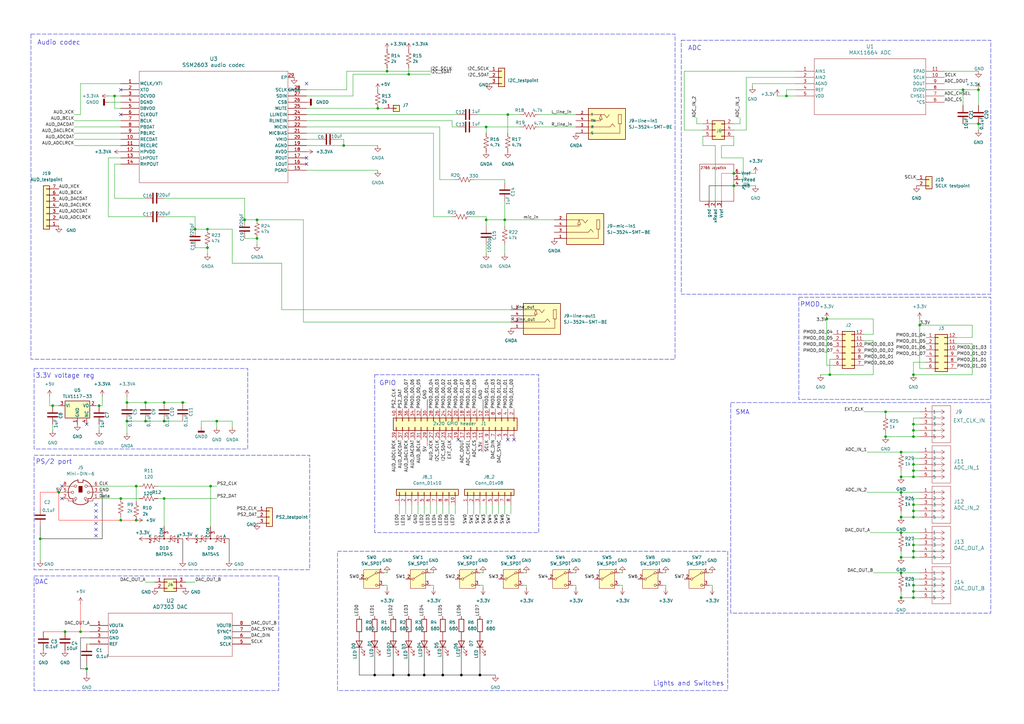
<source format=kicad_sch>
(kicad_sch (version 20231120) (generator "eeschema") (generator_version "8.0")
  (paper "A3")
  (junction (at 199.39 52.07))
  (junction (at 369.57 185.42))
  (junction (at 49.53 204.47))
  (junction (at 377.19 133.35))
  (junction (at 46.99 39.37))
  (junction (at 86.36 199.39))
  (junction (at 339.09 130.81))
  (junction (at 374.65 176.53))
  (junction (at 374.65 190.5))
  (junction (at 100.33 90.17))
  (junction (at 52.07 172.72))
  (junction (at 85.09 93.98))
  (junction (at 369.57 195.58))
  (junction (at 369.57 218.44))
  (junction (at 74.93 165.1))
  (junction (at 340.36 153.67))
  (junction (at 363.22 168.91))
  (junction (at 161.29 276.86) (color 0 0 0 1))
  (junction (at 67.31 204.47))
  (junction (at 88.9 172.72))
  (junction (at 207.01 90.17))
  (junction (at 401.32 50.8))
  (junction (at 374.65 173.99))
  (junction (at 374.65 223.52))
  (junction (at 322.58 39.37))
  (junction (at 374.65 207.01))
  (junction (at 26.67 259.08))
  (junction (at 369.57 245.11))
  (junction (at 35.56 274.32))
  (junction (at 401.32 36.83))
  (junction (at 85.09 101.6))
  (junction (at 374.65 153.67))
  (junction (at 363.22 179.07))
  (junction (at 49.53 213.36))
  (junction (at 369.57 228.6))
  (junction (at 173.99 276.86) (color 0 0 0 1))
  (junction (at 374.65 226.06))
  (junction (at 105.41 90.17))
  (junction (at 374.65 195.58))
  (junction (at 67.31 172.72))
  (junction (at 374.65 240.03))
  (junction (at 374.65 193.04))
  (junction (at 374.65 179.07))
  (junction (at 369.57 212.09))
  (junction (at 300.99 71.12))
  (junction (at 59.69 172.72))
  (junction (at 55.88 213.36))
  (junction (at 189.23 276.86) (color 0 0 0 1))
  (junction (at 59.69 165.1))
  (junction (at 40.64 166.37))
  (junction (at 374.65 242.57))
  (junction (at 67.31 165.1))
  (junction (at 80.01 93.98))
  (junction (at 52.07 165.1))
  (junction (at 33.02 259.08))
  (junction (at 394.97 36.83))
  (junction (at 167.64 276.86) (color 0 0 0 1))
  (junction (at 21.59 166.37))
  (junction (at 181.61 276.86) (color 0 0 0 1))
  (junction (at 208.28 46.99))
  (junction (at 153.67 276.86) (color 0 0 0 1))
  (junction (at 24.13 201.93))
  (junction (at 374.65 228.6))
  (junction (at 300.99 76.2))
  (junction (at 154.94 44.45))
  (junction (at 199.39 90.17))
  (junction (at 374.65 245.11))
  (junction (at 196.85 276.86) (color 0 0 0 1))
  (junction (at 158.75 29.21))
  (junction (at 55.88 199.39))
  (junction (at 167.64 30.48))
  (junction (at 16.51 220.98))
  (junction (at 369.57 201.93))
  (junction (at 105.41 97.79))
  (junction (at 374.65 212.09))
  (junction (at 369.57 234.95))
  (junction (at 374.65 209.55))
  (junction (at 140.97 59.69))
  (no_connect (at 39.37 207.01))
  (no_connect (at 125.73 67.31))
  (no_connect (at 187.96 180.34))
  (no_connect (at 39.37 217.17))
  (no_connect (at 210.82 180.34))
  (no_connect (at 39.37 212.09))
  (no_connect (at 125.73 64.77))
  (no_connect (at 208.28 180.34))
  (no_connect (at 35.56 173.99))
  (no_connect (at 125.73 34.29))
  (no_connect (at 49.53 46.99))
  (no_connect (at 49.53 36.83))
  (no_connect (at 25.4 204.47))
  (no_connect (at 39.37 209.55))
  (no_connect (at 39.37 214.63))
  (no_connect (at 39.37 219.71))
  (no_connect (at 25.4 199.39))
  (wire (pts (xy 36.83 261.62) (xy 33.02 261.62)) (stroke (width 0) (color 0 0 0 1)))
  (wire (pts (xy 318.77 39.37) (xy 322.58 39.37)))
  (wire (pts (xy 220.98 52.07) (xy 236.22 52.07)))
  (wire (pts (xy 158.75 234.95) (xy 157.48 234.95)))
  (wire (pts (xy 280.67 29.21) (xy 280.67 53.34)))
  (wire (pts (xy 74.93 220.98) (xy 74.93 229.87)) (stroke (width 0) (color 0 0 0 1)))
  (wire (pts (xy 374.65 148.59) (xy 379.73 148.59)))
  (wire (pts (xy 374.65 223.52) (xy 377.19 223.52)))
  (wire (pts (xy 199.39 207.01) (xy 199.39 210.82)))
  (wire (pts (xy 304.8 73.66) (xy 300.99 73.66)))
  (wire (pts (xy 369.57 212.09) (xy 369.57 209.55)))
  (wire (pts (xy 17.78 259.08) (xy 26.67 259.08)) (stroke (width 0) (color 255 17 4 1)))
  (wire (pts (xy 55.88 199.39) (xy 57.15 199.39)))
  (wire (pts (xy 300.99 76.2) (xy 309.88 76.2)))
  (wire (pts (xy 186.69 207.01) (xy 186.69 210.82)))
  (wire (pts (xy 177.8 240.03) (xy 177.8 241.3)))
  (wire (pts (xy 377.19 130.81) (xy 377.19 133.35)))
  (wire (pts (xy 369.57 201.93) (xy 377.19 201.93)))
  (wire (pts (xy 300.99 71.12) (xy 309.88 71.12)))
  (wire (pts (xy 140.97 59.69) (xy 154.94 59.69)))
  (wire (pts (xy 356.87 218.44) (xy 369.57 218.44)))
  (wire (pts (xy 49.53 212.09) (xy 49.53 213.36)))
  (wire (pts (xy 125.73 59.69) (xy 140.97 59.69)))
  (wire (pts (xy 24.13 201.93) (xy 25.4 201.93)) (stroke (width 0) (color 255 12 12 1)))
  (wire (pts (xy 363.22 168.91) (xy 363.22 170.18)))
  (wire (pts (xy 154.94 69.85) (xy 125.73 69.85)))
  (wire (pts (xy 374.65 190.5) (xy 374.65 193.04)))
  (wire (pts (xy 82.55 172.72) (xy 88.9 172.72)))
  (wire (pts (xy 198.12 234.95) (xy 196.85 234.95)))
  (wire (pts (xy 377.19 179.07) (xy 374.65 179.07)))
  (wire (pts (xy 52.07 172.72) (xy 52.07 177.8)))
  (wire (pts (xy 93.98 220.98) (xy 93.98 229.87)) (stroke (width 0) (color 0 0 0 1)))
  (wire (pts (xy 44.45 41.91) (xy 49.53 41.91)))
  (wire (pts (xy 24.13 201.93) (xy 24.13 213.36)) (stroke (width 0) (color 255 12 12 1)))
  (wire (pts (xy 374.65 242.57) (xy 377.19 242.57)))
  (wire (pts (xy 168.91 207.01) (xy 168.91 210.82)))
  (wire (pts (xy 16.51 220.98) (xy 16.51 215.9)) (stroke (width 0) (color 0 0 0 1)))
  (wire (pts (xy 173.99 276.86) (xy 181.61 276.86)) (stroke (width 0) (color 0 0 0 1)))
  (wire (pts (xy 377.19 173.99) (xy 374.65 173.99)))
  (wire (pts (xy 377.19 204.47) (xy 374.65 204.47)))
  (wire (pts (xy 300.99 59.69) (xy 300.99 55.88)))
  (wire (pts (xy 215.9 240.03) (xy 214.63 240.03)))
  (wire (pts (xy 35.56 274.32) (xy 35.56 276.86)) (stroke (width 0) (color 0 0 0 1)))
  (wire (pts (xy 49.53 204.47) (xy 57.15 204.47)))
  (wire (pts (xy 285.75 48.26) (xy 285.75 50.8)))
  (wire (pts (xy 198.12 240.03) (xy 198.12 241.3)))
  (wire (pts (xy 100.33 97.79) (xy 105.41 97.79)))
  (wire (pts (xy 196.85 276.86) (xy 203.2 276.86)) (stroke (width 0) (color 0 0 0 1)))
  (wire (pts (xy 35.56 274.32) (xy 35.56 271.78)) (stroke (width 0) (color 0 0 0 1)))
  (wire (pts (xy 377.19 133.35) (xy 377.19 151.13)))
  (wire (pts (xy 33.02 274.32) (xy 35.56 274.32)) (stroke (width 0) (color 0 0 0 1)))
  (wire (pts (xy 374.65 204.47) (xy 374.65 207.01)))
  (wire (pts (xy 153.67 267.97) (xy 153.67 276.86)) (stroke (width 0) (color 0 0 0 1)))
  (wire (pts (xy 300.99 53.34) (xy 306.07 53.34)))
  (wire (pts (xy 30.48 54.61) (xy 49.53 54.61)))
  (wire (pts (xy 80.01 93.98) (xy 85.09 93.98)))
  (wire (pts (xy 374.65 176.53) (xy 374.65 173.99)))
  (wire (pts (xy 374.65 212.09) (xy 369.57 212.09)))
  (wire (pts (xy 387.35 36.83) (xy 394.97 36.83)))
  (wire (pts (xy 30.48 57.15) (xy 49.53 57.15)))
  (wire (pts (xy 355.6 185.42) (xy 369.57 185.42)))
  (wire (pts (xy 46.99 39.37) (xy 49.53 39.37)))
  (wire (pts (xy 303.53 48.26) (xy 303.53 50.8)))
  (wire (pts (xy 374.65 240.03) (xy 374.65 242.57)))
  (wire (pts (xy 374.65 240.03) (xy 377.19 240.03)))
  (wire (pts (xy 358.14 137.16) (xy 358.14 130.81)))
  (wire (pts (xy 273.05 240.03) (xy 273.05 241.3)))
  (wire (pts (xy 207.01 207.01) (xy 207.01 210.82)))
  (wire (pts (xy 374.65 148.59) (xy 374.65 153.67)))
  (wire (pts (xy 49.53 213.36) (xy 55.88 213.36)) (stroke (width 0) (color 255 12 12 1)))
  (wire (pts (xy 306.07 31.75) (xy 326.39 31.75)))
  (wire (pts (xy 67.31 165.1) (xy 74.93 165.1)))
  (wire (pts (xy 374.65 245.11) (xy 369.57 245.11)))
  (wire (pts (xy 394.97 43.18) (xy 394.97 36.83)))
  (wire (pts (xy 199.39 52.07) (xy 199.39 54.61)))
  (wire (pts (xy 374.65 226.06) (xy 377.19 226.06)))
  (wire (pts (xy 374.65 237.49) (xy 374.65 240.03)))
  (wire (pts (xy 167.64 267.97) (xy 167.64 276.86)) (stroke (width 0) (color 0 0 0 1)))
  (wire (pts (xy 24.13 201.93) (xy 16.51 201.93)) (stroke (width 0) (color 255 12 12 1)))
  (wire (pts (xy 358.14 130.81) (xy 339.09 130.81)))
  (wire (pts (xy 33.02 34.29) (xy 33.02 46.99)))
  (wire (pts (xy 199.39 100.33) (xy 199.39 104.14)))
  (wire (pts (xy 194.31 207.01) (xy 194.31 210.82)))
  (wire (pts (xy 74.93 165.1) (xy 76.2 165.1)))
  (wire (pts (xy 377.19 171.45) (xy 374.65 171.45)))
  (wire (pts (xy 30.48 52.07) (xy 49.53 52.07)))
  (wire (pts (xy 374.65 153.67) (xy 398.78 153.67)))
  (wire (pts (xy 369.57 218.44) (xy 377.19 218.44)))
  (wire (pts (xy 59.69 172.72) (xy 67.31 172.72)))
  (wire (pts (xy 76.2 238.76) (xy 80.01 238.76)))
  (wire (pts (xy 41.91 166.37) (xy 40.64 166.37)))
  (wire (pts (xy 95.25 107.95) (xy 115.57 107.95)))
  (wire (pts (xy 236.22 234.95) (xy 234.95 234.95)))
  (wire (pts (xy 125.73 57.15) (xy 130.81 57.15)))
  (wire (pts (xy 374.65 179.07) (xy 374.65 176.53)))
  (wire (pts (xy 158.75 27.94) (xy 158.75 29.21)))
  (wire (pts (xy 292.1 240.03) (xy 290.83 240.03)))
  (wire (pts (xy 374.65 209.55) (xy 374.65 212.09)))
  (wire (pts (xy 374.65 190.5) (xy 377.19 190.5)))
  (wire (pts (xy 167.64 276.86) (xy 173.99 276.86)) (stroke (width 0) (color 0 0 0 1)))
  (wire (pts (xy 59.69 165.1) (xy 67.31 165.1)))
  (wire (pts (xy 86.36 199.39) (xy 86.36 215.9)))
  (wire (pts (xy 398.78 140.97) (xy 398.78 153.67)))
  (wire (pts (xy 398.78 133.35) (xy 377.19 133.35)))
  (wire (pts (xy 100.33 81.28) (xy 100.33 90.17)))
  (wire (pts (xy 340.36 153.67) (xy 336.55 153.67)))
  (wire (pts (xy 144.78 39.37) (xy 144.78 30.48)))
  (wire (pts (xy 88.9 172.72) (xy 95.25 172.72)))
  (wire (pts (xy 184.15 207.01) (xy 184.15 210.82)))
  (wire (pts (xy 63.5 238.76) (xy 59.69 238.76)))
  (wire (pts (xy 180.34 73.66) (xy 186.69 73.66)))
  (wire (pts (xy 195.58 46.99) (xy 208.28 46.99)))
  (wire (pts (xy 374.65 171.45) (xy 374.65 173.99)))
  (wire (pts (xy 392.43 140.97) (xy 398.78 140.97)))
  (wire (pts (xy 401.32 43.18) (xy 401.32 36.83)))
  (wire (pts (xy 374.65 212.09) (xy 377.19 212.09)))
  (wire (pts (xy 196.85 207.01) (xy 196.85 210.82)))
  (wire (pts (xy 189.23 276.86) (xy 196.85 276.86)) (stroke (width 0) (color 0 0 0 1)))
  (wire (pts (xy 374.65 207.01) (xy 374.65 209.55)))
  (wire (pts (xy 55.88 199.39) (xy 55.88 205.74)))
  (wire (pts (xy 105.41 97.79) (xy 105.41 100.33)))
  (wire (pts (xy 67.31 88.9) (xy 80.01 88.9)))
  (wire (pts (xy 220.98 46.99) (xy 236.22 46.99)))
  (wire (pts (xy 49.53 44.45) (xy 46.99 44.45)))
  (wire (pts (xy 41.91 220.98) (xy 41.91 201.93)) (stroke (width 0) (color 0 0 0 1)))
  (wire (pts (xy 166.37 207.01) (xy 166.37 210.82)))
  (wire (pts (xy 95.25 93.98) (xy 95.25 107.95)))
  (wire (pts (xy 207.01 82.55) (xy 207.01 90.17)))
  (wire (pts (xy 273.05 240.03) (xy 271.78 240.03)))
  (wire (pts (xy 209.55 207.01) (xy 209.55 210.82)))
  (wire (pts (xy 369.57 195.58) (xy 369.57 193.04)))
  (wire (pts (xy 215.9 240.03) (xy 215.9 241.3)))
  (wire (pts (xy 354.33 139.7) (xy 358.14 139.7)))
  (wire (pts (xy 177.8 234.95) (xy 176.53 234.95)))
  (wire (pts (xy 44.45 64.77) (xy 44.45 88.9)))
  (wire (pts (xy 374.65 209.55) (xy 377.19 209.55)))
  (wire (pts (xy 181.61 276.86) (xy 189.23 276.86)) (stroke (width 0) (color 0 0 0 1)))
  (wire (pts (xy 49.53 34.29) (xy 33.02 34.29)))
  (wire (pts (xy 67.31 204.47) (xy 67.31 215.9)))
  (wire (pts (xy 201.93 207.01) (xy 201.93 210.82)))
  (wire (pts (xy 30.48 46.99) (xy 33.02 46.99)))
  (wire (pts (xy 125.73 54.61) (xy 177.8 54.61)))
  (wire (pts (xy 33.02 259.08) (xy 36.83 259.08)) (stroke (width 0) (color 255 17 4 1)))
  (wire (pts (xy 115.57 127) (xy 209.55 127)))
  (wire (pts (xy 208.28 46.99) (xy 213.36 46.99)))
  (wire (pts (xy 52.07 165.1) (xy 59.69 165.1)))
  (wire (pts (xy 193.04 88.9) (xy 199.39 88.9)))
  (wire (pts (xy 167.64 30.48) (xy 176.53 30.48)))
  (wire (pts (xy 191.77 207.01) (xy 191.77 210.82)))
  (wire (pts (xy 46.99 44.45) (xy 46.99 39.37)))
  (wire (pts (xy 40.64 166.37) (xy 39.37 166.37)))
  (wire (pts (xy 40.64 204.47) (xy 49.53 204.47)))
  (wire (pts (xy 140.97 57.15) (xy 140.97 59.69)))
  (wire (pts (xy 158.75 29.21) (xy 176.53 29.21)))
  (wire (pts (xy 369.57 245.11) (xy 369.57 242.57)))
  (wire (pts (xy 215.9 234.95) (xy 214.63 234.95)))
  (wire (pts (xy 153.67 276.86) (xy 161.29 276.86)) (stroke (width 0) (color 0 0 0 1)))
  (wire (pts (xy 199.39 88.9) (xy 199.39 90.17)))
  (wire (pts (xy 369.57 228.6) (xy 369.57 226.06)))
  (wire (pts (xy 204.47 207.01) (xy 204.47 210.82)))
  (wire (pts (xy 163.83 207.01) (xy 163.83 210.82)))
  (wire (pts (xy 358.14 153.67) (xy 340.36 153.67)))
  (wire (pts (xy 374.65 193.04) (xy 377.19 193.04)))
  (wire (pts (xy 293.37 59.69) (xy 293.37 82.55)))
  (wire (pts (xy 293.37 59.69) (xy 288.29 59.69)))
  (wire (pts (xy 341.63 149.86) (xy 339.09 149.86)))
  (wire (pts (xy 177.8 88.9) (xy 185.42 88.9)))
  (wire (pts (xy 377.19 237.49) (xy 374.65 237.49)))
  (wire (pts (xy 306.07 53.34) (xy 306.07 31.75)))
  (wire (pts (xy 340.36 147.32) (xy 340.36 153.67)))
  (wire (pts (xy 288.29 59.69) (xy 288.29 55.88)))
  (wire (pts (xy 46.99 81.28) (xy 59.69 81.28)))
  (wire (pts (xy 44.45 88.9) (xy 59.69 88.9)))
  (wire (pts (xy 322.58 39.37) (xy 326.39 39.37)))
  (wire (pts (xy 125.73 39.37) (xy 144.78 39.37)))
  (wire (pts (xy 288.29 50.8) (xy 285.75 50.8)))
  (wire (pts (xy 171.45 207.01) (xy 171.45 210.82)))
  (wire (pts (xy 147.32 267.97) (xy 147.32 276.86)) (stroke (width 0) (color 0 0 0 1)))
  (wire (pts (xy 308.61 34.29) (xy 308.61 35.56)))
  (wire (pts (xy 374.65 245.11) (xy 377.19 245.11)))
  (wire (pts (xy 358.14 139.7) (xy 358.14 153.67)))
  (wire (pts (xy 80.01 88.9) (xy 80.01 93.98)))
  (wire (pts (xy 196.85 267.97) (xy 196.85 276.86)) (stroke (width 0) (color 0 0 0 1)))
  (wire (pts (xy 292.1 234.95) (xy 290.83 234.95)))
  (wire (pts (xy 354.33 137.16) (xy 358.14 137.16)))
  (wire (pts (xy 33.02 261.62) (xy 33.02 274.32)) (stroke (width 0) (color 0 0 0 1)))
  (wire (pts (xy 16.51 220.98) (xy 41.91 220.98)) (stroke (width 0) (color 0 0 0 1)))
  (wire (pts (xy 394.97 36.83) (xy 401.32 36.83)))
  (wire (pts (xy 49.53 64.77) (xy 44.45 64.77)))
  (wire (pts (xy 236.22 240.03) (xy 236.22 241.3)))
  (wire (pts (xy 255.27 234.95) (xy 254 234.95)))
  (wire (pts (xy 41.91 201.93) (xy 40.64 201.93)) (stroke (width 0) (color 0 0 0 1)))
  (wire (pts (xy 369.57 234.95) (xy 377.19 234.95)))
  (wire (pts (xy 207.01 100.33) (xy 207.01 104.14)))
  (wire (pts (xy 207.01 90.17) (xy 227.33 90.17)))
  (wire (pts (xy 64.77 199.39) (xy 86.36 199.39)))
  (wire (pts (xy 377.19 220.98) (xy 374.65 220.98)))
  (wire (pts (xy 300.99 50.8) (xy 303.53 50.8)))
  (wire (pts (xy 292.1 240.03) (xy 292.1 241.3)))
  (wire (pts (xy 100.33 90.17) (xy 105.41 90.17)))
  (wire (pts (xy 16.51 229.87) (xy 16.51 220.98)))
  (wire (pts (xy 379.73 151.13) (xy 377.19 151.13)))
  (wire (pts (xy 124.46 90.17) (xy 124.46 132.08)))
  (wire (pts (xy 64.77 204.47) (xy 67.31 204.47)))
  (wire (pts (xy 295.91 71.12) (xy 300.99 71.12)) (stroke (width 0) (color 255 18 48 1)))
  (wire (pts (xy 176.53 207.01) (xy 176.53 210.82)))
  (wire (pts (xy 33.02 259.08) (xy 26.67 259.08)) (stroke (width 0) (color 255 17 4 1)))
  (wire (pts (xy 46.99 67.31) (xy 46.99 81.28)))
  (wire (pts (xy 67.31 172.72) (xy 74.93 172.72)))
  (wire (pts (xy 377.19 176.53) (xy 374.65 176.53)))
  (wire (pts (xy 195.58 52.07) (xy 199.39 52.07)))
  (wire (pts (xy 374.65 207.01) (xy 377.19 207.01)))
  (wire (pts (xy 177.8 240.03) (xy 176.53 240.03)))
  (wire (pts (xy 82.55 175.26) (xy 82.55 172.72)))
  (wire (pts (xy 280.67 53.34) (xy 288.29 53.34)))
  (wire (pts (xy 363.22 179.07) (xy 374.65 179.07)))
  (wire (pts (xy 180.34 52.07) (xy 180.34 73.66)))
  (wire (pts (xy 255.27 240.03) (xy 254 240.03)))
  (wire (pts (xy 67.31 81.28) (xy 100.33 81.28)))
  (wire (pts (xy 67.31 204.47) (xy 88.9 204.47)))
  (wire (pts (xy 125.73 36.83) (xy 142.24 36.83)))
  (wire (pts (xy 30.48 49.53) (xy 49.53 49.53)))
  (wire (pts (xy 341.63 147.32) (xy 340.36 147.32)))
  (wire (pts (xy 44.45 39.37) (xy 46.99 39.37)))
  (wire (pts (xy 199.39 90.17) (xy 199.39 92.71)))
  (wire (pts (xy 394.97 50.8) (xy 401.32 50.8)))
  (wire (pts (xy 198.12 180.34) (xy 198.12 185.42)) (stroke (width 0) (color 255 18 48 1)))
  (wire (pts (xy 125.73 49.53) (xy 185.42 49.53)))
  (wire (pts (xy 40.64 176.53) (xy 40.64 173.99)))
  (wire (pts (xy 295.91 64.77) (xy 295.91 59.69)))
  (wire (pts (xy 20.32 162.56) (xy 20.32 166.37)))
  (wire (pts (xy 358.14 234.95) (xy 369.57 234.95)))
  (wire (pts (xy 95.25 172.72) (xy 95.25 175.26)))
  (wire (pts (xy 363.22 179.07) (xy 363.22 177.8)))
  (wire (pts (xy 374.65 195.58) (xy 377.19 195.58)))
  (wire (pts (xy 198.12 240.03) (xy 196.85 240.03)))
  (wire (pts (xy 374.65 195.58) (xy 369.57 195.58)))
  (wire (pts (xy 290.83 76.2) (xy 290.83 82.55)) (stroke (width 0) (color 0 0 0 1)))
  (wire (pts (xy 24.13 213.36) (xy 49.53 213.36)) (stroke (width 0) (color 255 12 12 1)))
  (wire (pts (xy 181.61 207.01) (xy 181.61 210.82)))
  (wire (pts (xy 295.91 71.12) (xy 295.91 82.55)) (stroke (width 0) (color 255 18 48 1)))
  (wire (pts (xy 374.65 228.6) (xy 377.19 228.6)))
  (wire (pts (xy 158.75 240.03) (xy 157.48 240.03)))
  (wire (pts (xy 30.48 59.69) (xy 49.53 59.69)))
  (wire (pts (xy 142.24 36.83) (xy 142.24 29.21)))
  (wire (pts (xy 369.57 201.93) (xy 355.6 201.93)))
  (wire (pts (xy 207.01 90.17) (xy 207.01 92.71)))
  (wire (pts (xy 374.65 193.04) (xy 374.65 195.58)))
  (wire (pts (xy 40.64 199.39) (xy 55.88 199.39)))
  (wire (pts (xy 374.65 187.96) (xy 374.65 190.5)))
  (wire (pts (xy 173.99 267.97) (xy 173.99 276.86)) (stroke (width 0) (color 0 0 0 1)))
  (wire (pts (xy 304.8 73.66) (xy 304.8 64.77)))
  (wire (pts (xy 236.22 240.03) (xy 234.95 240.03)))
  (wire (pts (xy 322.58 36.83) (xy 322.58 39.37)))
  (wire (pts (xy 300.99 76.2) (xy 290.83 76.2)) (stroke (width 0) (color 0 0 0 1)))
  (wire (pts (xy 189.23 267.97) (xy 189.23 276.86)) (stroke (width 0) (color 0 0 0 1)))
  (wire (pts (xy 125.73 52.07) (xy 180.34 52.07)))
  (wire (pts (xy 52.07 162.56) (xy 52.07 165.1)))
  (wire (pts (xy 154.94 44.45) (xy 157.48 44.45)))
  (wire (pts (xy 326.39 36.83) (xy 322.58 36.83)))
  (wire (pts (xy 125.73 46.99) (xy 187.96 46.99)))
  (wire (pts (xy 208.28 46.99) (xy 208.28 54.61)))
  (wire (pts (xy 181.61 267.97) (xy 181.61 276.86)) (stroke (width 0) (color 0 0 0 1)))
  (wire (pts (xy 124.46 90.17) (xy 105.41 90.17)))
  (wire (pts (xy 280.67 29.21) (xy 326.39 29.21)))
  (wire (pts (xy 175.26 182.88) (xy 175.26 180.34)) (stroke (width 0) (color 255 0 0 1)))
  (wire (pts (xy 295.91 59.69) (xy 300.99 59.69)))
  (wire (pts (xy 339.09 149.86) (xy 339.09 130.81)))
  (wire (pts (xy 52.07 172.72) (xy 59.69 172.72)))
  (wire (pts (xy 49.53 67.31) (xy 46.99 67.31)))
  (wire (pts (xy 194.31 73.66) (xy 207.01 73.66)))
  (wire (pts (xy 85.09 93.98) (xy 95.25 93.98)))
  (wire (pts (xy 161.29 276.86) (xy 167.64 276.86)) (stroke (width 0) (color 0 0 0 1)))
  (wire (pts (xy 185.42 49.53) (xy 185.42 52.07)))
  (wire (pts (xy 85.09 101.6) (xy 85.09 104.14)))
  (wire (pts (xy 80.01 101.6) (xy 85.09 101.6)))
  (wire (pts (xy 398.78 138.43) (xy 398.78 133.35)))
  (wire (pts (xy 374.65 242.57) (xy 374.65 245.11)))
  (wire (pts (xy 401.32 50.8) (xy 401.32 53.34)))
  (wire (pts (xy 86.36 199.39) (xy 88.9 199.39)))
  (wire (pts (xy 125.73 44.45) (xy 154.94 44.45)))
  (wire (pts (xy 21.59 176.53) (xy 21.59 173.99)))
  (wire (pts (xy 377.19 168.91) (xy 363.22 168.91)))
  (wire (pts (xy 377.19 187.96) (xy 374.65 187.96)))
  (wire (pts (xy 369.57 185.42) (xy 377.19 185.42)))
  (wire (pts (xy 138.43 57.15) (xy 140.97 57.15)))
  (wire (pts (xy 88.9 172.72) (xy 88.9 175.26)))
  (wire (pts (xy 33.02 247.65) (xy 33.02 259.08)) (stroke (width 0) (color 255 17 4 1)))
  (wire (pts (xy 363.22 168.91) (xy 354.33 168.91)))
  (wire (pts (xy 326.39 34.29) (xy 308.61 34.29)))
  (wire (pts (xy 21.59 166.37) (xy 24.13 166.37)))
  (wire (pts (xy 35.56 264.16) (xy 36.83 264.16)))
  (wire (pts (xy 161.29 267.97) (xy 161.29 276.86)) (stroke (width 0) (color 0 0 0 1)))
  (wire (pts (xy 16.51 201.93) (xy 16.51 208.28)) (stroke (width 0) (color 255 12 12 1)))
  (wire (pts (xy 142.24 29.21) (xy 158.75 29.21)))
  (wire (pts (xy 115.57 107.95) (xy 115.57 127)))
  (wire (pts (xy 199.39 90.17) (xy 207.01 90.17)))
  (wire (pts (xy 158.75 240.03) (xy 158.75 241.3)))
  (wire (pts (xy 198.12 163.83) (xy 198.12 167.64)) (stroke (width 0) (color 0 0 0 1)))
  (wire (pts (xy 179.07 207.01) (xy 179.07 210.82)))
  (wire (pts (xy 374.65 223.52) (xy 374.65 226.06)))
  (wire (pts (xy 167.64 27.94) (xy 167.64 30.48)))
  (wire (pts (xy 199.39 52.07) (xy 213.36 52.07)))
  (wire (pts (xy 374.65 226.06) (xy 374.65 228.6)))
  (wire (pts (xy 392.43 138.43) (xy 398.78 138.43)))
  (wire (pts (xy 255.27 240.03) (xy 255.27 241.3)))
  (wire (pts (xy 147.32 276.86) (xy 153.67 276.86)) (stroke (width 0) (color 0 0 0 1)))
  (wire (pts (xy 175.26 163.83) (xy 175.26 167.64)) (stroke (width 0) (color 0 0 0 1)))
  (wire (pts (xy 387.35 29.21) (xy 401.32 29.21)))
  (wire (pts (xy 41.91 162.56) (xy 41.91 166.37)))
  (wire (pts (xy 374.65 228.6) (xy 369.57 228.6)))
  (wire (pts (xy 177.8 54.61) (xy 177.8 88.9)))
  (wire (pts (xy 207.01 73.66) (xy 207.01 74.93)))
  (wire (pts (xy 273.05 234.95) (xy 271.78 234.95)))
  (wire (pts (xy 185.42 52.07) (xy 187.96 52.07)))
  (wire (pts (xy 374.65 220.98) (xy 374.65 223.52)))
  (wire (pts (xy 20.32 166.37) (xy 21.59 166.37)))
  (wire (pts (xy 144.78 30.48) (xy 167.64 30.48)))
  (wire (pts (xy 304.8 64.77) (xy 295.91 64.77)))
  (wire (pts (xy 124.46 132.08) (xy 209.55 132.08)))
  (wire (pts (xy 173.99 207.01) (xy 173.99 210.82)))
  (rectangle (start 279.4 16.51) (end 406.4 120.65) (stroke (width 0) (type dash)))
  (rectangle (start 13.97 236.22) (end 114.3 283.21) (stroke (width 0) (type dash)))
  (rectangle (start 138.43 226.06) (end 298.45 283.21) (stroke (width 0) (type dash)))
  (rectangle (start 13.97 186.69) (end 127 233.68) (stroke (width 0) (type dash)))
  (rectangle (start 13.97 151.13) (end 101.6 184.15) (stroke (width 0) (type dash)))
  (rectangle (start 153.67 153.67) (end 220.98 218.44) (stroke (width 0) (type dash)))
  (rectangle (start 299.72 165.1) (end 406.4 251.46) (stroke (width 0) (type dash)))
  (rectangle (start 327.66 121.92) (end 406.4 163.83) (stroke (width 0) (type dash)))
  (rectangle (start 12.7 13.97) (end 276.86 147.32) (stroke (width 0) (type dash)))
  (text "PS/2 port\n" (at 22.098 189.484 0) (effects (font (size 1.905 1.905))))
  (text "3.3V voltage reg" (at 26.67 154.178 0) (effects (font (size 1.905 1.905))))
  (text "Audio codec\n" (at 24.13 17.526 0) (effects (font (size 1.905 1.905))))
  (text "Lights and Switches\n" (at 282.448 280.416 0) (effects (font (size 1.905 1.905))))
  (text "GPIO" (at 159.004 157.226 0) (effects (font (size 1.905 1.905))))
  (text "DAC" (at 17.018 238.76 0) (effects (font (size 1.905 1.905))))
  (text "ADC\n\n" (at 284.988 21.336 0) (effects (font (size 1.905 1.905))))
  (text "SMA" (at 304.546 169.164 0) (effects (font (size 1.905 1.905))))
  (text "PMOD\n" (at 332.232 124.968 0) (effects (font (size 1.905 1.905))))
  (label "PS2_CLK" (at 162.56 167.64 90))
  (label "AUD_BCLK" (at 30.48 49.53 180))
  (label "LED6" (at 184.15 210.82 270))
  (label "AUD_ADCLRCK" (at 162.56 180.34 270))
  (label "I2C_SCLK" (at 180.34 180.34 270))
  (label "SW6" (at 261.62 237.49 180))
  (label "DAC_SYNC" (at 205.74 180.34 270))
  (label "SW7" (at 209.55 210.82 270))
  (label "PMOD_01_05" (at 379.73 140.97 180))
  (label "AUD_ADCDAT" (at 165.1 180.34 270))
  (label "PMOD_01_02" (at 392.43 146.05 0))
  (label "DAC_SYNC" (at 102.87 259.08 0))
  (label "PMOD_01_05" (at 195.58 167.64 90))
  (label "PMOD_00_05" (at 341.63 139.7 180))
  (label "I2C_SDAT" (at 176.53 30.48 0))
  (label "NC" (at 168.91 210.82 270))
  (label "PMOD_01_07" (at 379.73 146.05 180))
  (label "PMOD_00_06" (at 341.63 142.24 180))
  (label "PMOD_00_04" (at 341.63 137.16 180))
  (label "SW4" (at 224.79 237.49 180))
  (label "PMOD_01_07" (at 190.5 167.64 90))
  (label "PMOD_00_06" (at 170.18 167.64 90))
  (label "mic_in" (at 214.63 90.17 0))
  (label "DAC_OUT_B" (at 80.01 238.76 0))
  (label "ADC_CS" (at 387.35 41.91 0))
  (label "3.3V" (at 198.12 185.42 90))
  (label "SW2" (at 196.85 210.82 270))
  (label "5V" (at 25.4 201.93 180))
  (label "AUD_DACLRCK" (at 24.13 85.09 0))
  (label "LED5" (at 181.61 252.73 90))
  (label "SW0" (at 147.32 237.49 180))
  (label "SW1" (at 194.31 210.82 270))
  (label "PMOD_00_00" (at 187.96 167.64 90))
  (label "SW1" (at 166.37 237.49 180))
  (label "PS2_DAT" (at 105.41 212.09 180))
  (label "ADC_CHSEL" (at 193.04 180.34 270))
  (label "AUD_ADCLRCK" (at 24.13 90.17 0))
  (label "LED1" (at 153.67 252.73 90))
  (label "PMOD_00_01" (at 185.42 167.64 90))
  (label "EXT_CLK" (at 354.33 168.91 180))
  (label "AUD_ADCDAT" (at 24.13 87.63 0))
  (label "EXT_CLK" (at 185.42 180.34 270))
  (label "I2C_SCLK" (at 176.53 29.21 0))
  (label "GND" (at 198.12 163.83 90))
  (label "AUD_DACLRCK" (at 167.64 180.34 270))
  (label "ADC_IN_2" (at 285.75 48.26 90))
  (label "AUD_ADCLRCK" (at 30.48 59.69 180))
  (label "PMOD_00_04" (at 177.8 167.64 90))
  (label "SW7" (at 280.67 237.49 180))
  (label "PS2_CLK" (at 88.9 199.39 0))
  (label "LED3" (at 176.53 210.82 270))
  (label "ADC_CHSEL" (at 387.35 39.37 0))
  (label "AUD_XCK" (at 24.13 77.47 0))
  (label "AUD_DACDAT" (at 24.13 82.55 0))
  (label "SW5" (at 204.47 210.82 270))
  (label "GND" (at 171.45 210.82 270))
  (label "SW6" (at 207.01 210.82 270))
  (label "ADC_IN_2" (at 355.6 201.93 180))
  (label "GND" (at 175.26 163.83 90))
  (label "ADC_IN_1" (at 303.53 48.26 90))
  (label "PMOD_01_01" (at 392.43 148.59 0))
  (label "SW4" (at 201.93 210.82 270))
  (label "LED0" (at 147.32 252.73 90))
  (label "L_line_out" (at 209.55 127 0))
  (label "LED6" (at 189.23 252.73 90))
  (label "PMOD_01_00" (at 210.82 167.64 90))
  (label "PMOD_00_03" (at 354.33 142.24 0))
  (label "PMOD_00_07" (at 167.64 167.64 90))
  (label "PS2_CLK" (at 105.41 209.55 180))
  (label "R_line_in" (at 226.06 52.07 0))
  (label "SCLK" (at 102.87 264.16 0))
  (label "I2C_SDAT" (at 182.88 180.34 270))
  (label "AUD_DACDAT" (at 30.48 52.07 180))
  (label "AUD_DACLRCK" (at 30.48 54.61 180))
  (label "AUD_BCLK" (at 24.13 80.01 0))
  (label "SCLK" (at 200.66 180.34 270))
  (label "AUD_XCK" (at 30.48 46.99 180))
  (label "AUD_XCK" (at 177.8 180.34 270))
  (label "ADC_IN_1" (at 355.6 185.42 180))
  (label "LED4" (at 179.07 210.82 270))
  (label "PMOD_00_02" (at 182.88 167.64 90))
  (label "PMOD_00_00" (at 354.33 149.86 0))
  (label "GND" (at 40.64 201.93 0))
  (label "AUD_ADCDAT" (at 30.48 57.15 180))
  (label "SCLK" (at 387.35 31.75 0))
  (label "CLK" (at 40.64 199.39 0))
  (label "LED3" (at 167.64 252.73 90))
  (label "PMOD_00_01" (at 354.33 147.32 0))
  (label "LED7" (at 196.85 252.73 90))
  (label "PMOD_01_06" (at 193.04 167.64 90))
  (label "PMOD_00_02" (at 354.33 144.78 0))
  (label "LED7" (at 186.69 210.82 270))
  (label "DAC_DIN" (at 203.2 180.34 270))
  (label "DAC_OUT_B" (at 102.87 256.54 0))
  (label "ADC_DOUT" (at 190.5 180.34 270))
  (label "LED4" (at 173.99 252.73 90))
  (label "PMOD_00_03" (at 180.34 167.64 90))
  (label "PS2_DAT" (at 88.9 204.47 0))
  (label "SW3" (at 199.39 210.82 270))
  (label "PMOD_01_06" (at 379.73 143.51 180))
  (label "LED2" (at 161.29 252.73 90))
  (label "I2C_SDAT" (at 200.66 31.75 180))
  (label "PMOD_00_05" (at 172.72 167.64 90))
  (label "PS2_DAT" (at 165.1 167.64 90))
  (label "PMOD_00_07" (at 341.63 144.78 180))
  (label "PMOD_01_00" (at 392.43 151.13 0))
  (label "PMOD_01_04" (at 200.66 167.64 90))
  (label "DAC_DIN" (at 102.87 261.62 0))
  (label "LED1" (at 166.37 210.82 270))
  (label "ADC_DOUT" (at 387.35 34.29 0))
  (label "SW0" (at 191.77 210.82 270))
  (label "DAC_OUT_B" (at 358.14 234.95 180))
  (label "I2C_SCLK" (at 200.66 29.21 180))
  (label "LED2" (at 173.99 210.82 270))
  (label "DAC_OUT_A" (at 59.69 238.76 180))
  (label "SCLK" (at 375.92 73.66 180))
  (label "3.3V" (at 377.19 133.35 0))
  (label "DAC_OUT_A" (at 36.83 256.54 180))
  (label "ADC_CS" (at 195.58 180.34 270))
  (label "PMOD_01_01" (at 208.28 167.64 90))
  (label "Data" (at 40.64 204.47 0))
  (label "SW5" (at 243.84 237.49 180))
  (label "AUD_DACDAT" (at 170.18 180.34 270))
  (label "R_line_out" (at 209.55 132.08 0))
  (label "3.3V" (at 339.09 132.08 180))
  (label "PMOD_01_02" (at 205.74 167.64 90))
  (label "PMOD_01_03" (at 203.2 167.64 90))
  (label "AUD_BCLK" (at 172.72 180.34 270))
  (label "SW3" (at 204.47 237.49 180))
  (label "5V" (at 175.26 182.88 270))
  (label "L_line_in" (at 226.06 46.99 0))
  (label "PMOD_01_03" (at 392.43 143.51 0))
  (label "SW2" (at 186.69 237.49 180))
  (label "DAC_OUT_A" (at 356.87 218.44 180))
  (label "PMOD_01_04" (at 379.73 138.43 180))
  (label "LED0" (at 163.83 210.82 270))
  (label "LED5" (at 181.61 210.82 270))
  (symbol (lib_id "SJ-3524-SMT-BE:SJ-3524-SMT-BE") (at 240.03 92.71 180) (unit 1)
    (property "Reference" "J9-mic-in1" (at 248.92 92.7099 0) (effects (justify right)))
    (property "Value" "SJ-3524-SMT-BE" (at 248.92 95.2499 0) (effects (justify right)))
    (property "Footprint" "audio-conn:Jack_3.5mm_CUI_SJ-3524-SMT_Horizontal_fixed" (effects (hide yes)))
    (property "MF" "CUI Inc" (effects (hide yes)))
    (property "STANDARD" "Manufacturer recommendations" (effects (hide yes)))
  )
  (symbol (lib_id "AD7303:AD7303BRMZ-REEL7") (at 36.83 256.54 0) (unit 1)
    (property "Reference" "U2" (at 69.85 246.38 0) (effects (font (size 1.524 1.524))))
    (property "Value" "AD7303 DAC" (at 69.85 248.92 0) (effects (font (size 1.524 1.524))))
    (property "Footprint" "AD7303:RM_8_ADI" (effects (hide yes)))
    (property "Datasheet" "AD7303BRMZ-REEL7" (effects (hide yes)))
  )
  (symbol (lib_id "power:+5V") (at 59.69 220.98 90) (unit 1)
    (property "Reference" "#PWR04" (effects (hide yes)))
    (property "Value" "+3.3V" (at 58.42 218.44 90))
    (property "Description" "Power symbol creates a global label with name \"+5V\"" (effects (hide yes)))
  )
  (symbol (lib_id "Device:LED") (at 147.32 264.16 90) (unit 1)
    (property "Reference" "D0" (at 145.034 264.922 0))
    (property "Value" "LED" (at 145.542 268.478 0))
    (property "Footprint" "150141AS73100:150141AS73100-LED" (effects (hide yes)))
    (property "Description" "Light emitting diode" (effects (hide yes)))
  )
  (symbol (lib_id "Device:R_US") (at 199.39 58.42 180) (unit 1)
    (property "Reference" "R16" (at 200.914 57.15 0) (effects (justify right)))
    (property "Value" "4.7k" (at 200.914 59.436 0) (effects (justify right)))
    (property "Footprint" "Resistor_SMD:R_0402_1005Metric" (effects (hide yes)))
    (property "Description" "Resistor, US symbol" (effects (hide yes)))
  )
  (symbol (lib_id "Device:R_US") (at 363.22 173.99 180) (unit 1)
    (property "Reference" "R25" (at 364.744 172.72 0) (effects (justify right)))
    (property "Value" "1k" (at 364.744 175.006 0) (effects (justify right)))
    (property "Footprint" "Resistor_SMD:R_0805_2012Metric" (effects (hide yes)))
    (property "Description" "Resistor, US symbol" (effects (hide yes)))
  )
  (symbol (lib_id "power:GNDA") (at 236.22 54.61 0) (unit 1)
    (property "Reference" "#PWR015" (effects (hide yes)))
    (property "Value" "GNDA" (at 236.22 59.69 0))
    (property "Description" "Power symbol creates a global label with name \"GNDA\" , analog ground" (effects (hide yes)))
  )
  (symbol (lib_id "Switch:SW_SPDT") (at 209.55 237.49 0) (unit 1)
    (property "Reference" "SW3" (at 209.55 228.6 0))
    (property "Value" "SW_SPDT" (at 209.55 231.14 0))
    (property "Footprint" "Button_Switch_THT:SW_Slide_SPDT_Straight_CK_OS102011MS2Q" (effects (hide yes)))
    (property "Description" "Switch, single pole double throw" (effects (hide yes)))
  )
  (symbol (lib_id "power:GND") (at 374.65 153.67 0) (unit 1)
    (property "Reference" "#PWR017" (effects (hide yes)))
    (property "Value" "GND" (at 374.65 158.75 0))
    (property "Description" "Power symbol creates a global label with name \"GND\" , ground" (effects (hide yes)))
  )
  (symbol (lib_id "SMAconn:PCB.SMAFRA.HT") (at 377.19 168.91 0) (unit 1)
    (property "Reference" "J9" (at 393.192 168.91 0) (effects (font (size 1.524 1.524))))
    (property "Value" "EXT_CLK_IN" (at 397.51 172.466 0) (effects (font (size 1.524 1.524))))
    (property "Footprint" "SMA:CONN_PCB.SMAFRA_TAL" (effects (hide yes)))
    (property "Datasheet" "PCB.SMAFRA.HT" (effects (hide yes)))
  )
  (symbol (lib_id "power:GND") (at 375.92 76.2 0) (unit 1)
    (property "Reference" "#PWR018" (effects (hide yes)))
    (property "Value" "GND" (at 375.92 81.28 0))
    (property "Description" "Power symbol creates a global label with name \"GND\" , ground" (effects (hide yes)))
  )
  (symbol (lib_id "Connector_Generic:Conn_01x07") (at 19.05 85.09 180) (unit 1)
    (property "Reference" "J19" (at 19.05 71.12 0))
    (property "Value" "AUD_testpoint" (at 19.05 73.66 0))
    (property "Footprint" "Connector_PinHeader_2.54mm:PinHeader_1x07_P2.54mm_Vertical" (effects (hide yes)))
    (property "Description" "Generic connector, single row, 01x07, script generated (kicad-library-utils/schlib/autogen/connector/)" (effects (hide yes)))
  )
  (symbol (lib_id "Device:C") (at 17.78 262.89 180) (unit 1)
    (property "Reference" "C3" (at 20.828 263.144 0) (effects (justify right)))
    (property "Value" "0.1uF" (at 18.542 265.176 0) (effects (justify right)))
    (property "Footprint" "Capacitor_SMD:C_0805_2012Metric" (effects (hide yes)))
    (property "Description" "Unpolarized capacitor" (effects (hide yes)))
  )
  (symbol (lib_id "Device:C") (at 80.01 97.79 0) (unit 1)
    (property "Reference" "C18" (at 78.994 100.838 90))
    (property "Value" "220pF" (at 78.74 94.234 90))
    (property "Footprint" "Capacitor_SMD:C_0805_2012Metric" (effects (hide yes)))
    (property "Description" "Unpolarized capacitor" (effects (hide yes)))
  )
  (symbol (lib_id "power:GNDA") (at 209.55 134.62 0) (unit 1)
    (property "Reference" "#PWR013" (effects (hide yes)))
    (property "Value" "GNDA" (at 209.55 139.7 0))
    (property "Description" "Power symbol creates a global label with name \"GNDA\" , analog ground" (effects (hide yes)))
  )
  (symbol (lib_id "power:GND") (at 401.32 29.21 0) (unit 1)
    (property "Reference" "#PWR066" (effects (hide yes)))
    (property "Value" "GND" (at 401.574 28.194 0))
    (property "Description" "Power symbol creates a global label with name \"GND\" , ground" (effects (hide yes)))
  )
  (symbol (lib_id "power:+5V") (at 158.75 20.32 0) (unit 1)
    (property "Reference" "#PWR037" (effects (hide yes)))
    (property "Value" "+3.3VA" (at 159.766 18.034 0) (effects (justify left)))
    (property "Description" "Power symbol creates a global label with name \"+5V\"" (effects (hide yes)))
  )
  (symbol (lib_id "Device:R") (at 147.32 256.54 0) (unit 1)
    (property "Reference" "R0" (at 149.86 255.2699 0) (effects (justify left)))
    (property "Value" "680" (at 149.86 257.8099 0) (effects (justify left)))
    (property "Footprint" "Resistor_SMD:R_0805_2012Metric" (effects (hide yes)))
    (property "Description" "Resistor" (effects (hide yes)))
  )
  (symbol (lib_id "Device:R") (at 189.23 256.54 0) (unit 1)
    (property "Reference" "R6" (at 191.77 255.2699 0) (effects (justify left)))
    (property "Value" "680" (at 191.77 257.8099 0) (effects (justify left)))
    (property "Footprint" "Resistor_SMD:R_0805_2012Metric" (effects (hide yes)))
    (property "Description" "Resistor" (effects (hide yes)))
  )
  (symbol (lib_id "Device:C") (at 74.93 168.91 180) (unit 1)
    (property "Reference" "C11" (at 78.232 168.91 90))
    (property "Value" "0.1uF" (at 76.2 172.466 90))
    (property "Footprint" "Capacitor_SMD:C_0402_1005Metric" (effects (hide yes)))
    (property "Description" "Unpolarized capacitor" (effects (hide yes)))
  )
  (symbol (lib_id "power:GND") (at 88.9 175.26 0) (unit 1)
    (property "Reference" "#PWR030" (effects (hide yes)))
    (property "Value" "GND" (at 88.9 180.34 0))
    (property "Description" "Power symbol creates a global label with name \"GND\" , ground" (effects (hide yes)))
  )
  (symbol (lib_id "Device:R") (at 196.85 256.54 0) (unit 1)
    (property "Reference" "R7" (at 199.39 255.2699 0) (effects (justify left)))
    (property "Value" "680" (at 199.39 257.8099 0) (effects (justify left)))
    (property "Footprint" "Resistor_SMD:R_0805_2012Metric" (effects (hide yes)))
    (property "Description" "Resistor" (effects (hide yes)))
  )
  (symbol (lib_id "Device:C") (at 207.01 78.74 180) (unit 1)
    (property "Reference" "C14" (at 210.312 78.74 90))
    (property "Value" "1uF" (at 208.28 82.296 90))
    (property "Footprint" "Resistor_SMD:R_0402_1005Metric" (effects (hide yes)))
    (property "Description" "Unpolarized capacitor" (effects (hide yes)))
  )
  (symbol (lib_id "power:GND") (at 35.56 276.86 0) (unit 1)
    (property "Reference" "#PWR09" (effects (hide yes)))
    (property "Value" "GND" (at 35.56 281.94 0))
    (property "Description" "Power symbol creates a global label with name \"GND\" , ground" (effects (hide yes)))
  )
  (symbol (lib_id "power:+5V") (at 33.02 247.65 0) (unit 1)
    (property "Reference" "#PWR08" (effects (hide yes)))
    (property "Value" "+5V" (at 33.02 242.57 0))
    (property "Description" "Power symbol creates a global label with name \"+5V\"" (effects (hide yes)))
  )
  (symbol (lib_id "power:GND") (at 93.98 229.87 0) (unit 1)
    (property "Reference" "#PWR03" (effects (hide yes)))
    (property "Value" "GND" (at 98.044 231.394 0))
    (property "Description" "Power symbol creates a global label with name \"GND\" , ground" (effects (hide yes)))
  )
  (symbol (lib_id "power:+3.3V") (at 198.12 241.3 180) (unit 1)
    (property "Reference" "#PWR020" (effects (hide yes)))
    (property "Value" "+3.3V" (at 198.12 246.38 0))
    (property "Description" "Power symbol creates a global label with name \"+3.3V\"" (effects (hide yes)))
  )
  (symbol (lib_id "Connector_Generic:Conn_01x08") (at 199.39 201.93 90) (unit 1)
    (property "Reference" "J8_2" (at 200.66 195.58 90))
    (property "Value" "Conn_01x08" (at 200.66 198.12 90))
    (property "Footprint" "Connector_PinHeader_2.54mm:PinHeader_1x08_P2.54mm_Vertical" (effects (hide yes)))
    (property "Description" "Generic connector, single row, 01x08, script generated (kicad-library-utils/schlib/autogen/connector/)" (effects (hide yes)))
  )
  (symbol (lib_id "power:GND") (at 198.12 234.95 180) (unit 1)
    (property "Reference" "#PWR051" (effects (hide yes)))
    (property "Value" "GND" (at 198.12 229.87 0))
    (property "Description" "Power symbol creates a global label with name \"GND\" , ground" (effects (hide yes)))
  )
  (symbol (lib_id "Connector_Generic:Conn_02x20_Odd_Even") (at 187.96 175.26 270) (mirror x) (unit 1)
    (property "Reference" "J1" (at 198.374 173.736 90))
    (property "Value" "2x20 GPIO header" (at 186.436 173.736 90))
    (property "Footprint" "Connector_IDC:IDC-Header_2x20_P2.54mm_Vertical" (effects (hide yes)))
    (property "Description" "Generic connector, double row, 02x20, odd/even pin numbering scheme (row 1 odd numbers, row 2 even numbers), script generated (kicad-library-utils/schlib/autogen/connector/)" (effects (hide yes)))
  )
  (symbol (lib_id "power:GND") (at 63.5 241.3 0) (unit 1)
    (property "Reference" "#PWR058" (effects (hide yes)))
    (property "Value" "GND" (at 59.944 242.824 0))
    (property "Description" "Power symbol creates a global label with name \"GND\" , ground" (effects (hide yes)))
  )
  (symbol (lib_id "Connector_Generic:Conn_01x02") (at 381 73.66 0) (unit 1)
    (property "Reference" "J10" (at 383.54 73.6599 0) (effects (justify left)))
    (property "Value" "SCLK testpoint" (at 383.54 76.1999 0) (effects (justify left)))
    (property "Footprint" "Connector_PinHeader_2.54mm:PinHeader_1x02_P2.54mm_Vertical" (effects (hide yes)))
    (property "Description" "Generic connector, single row, 01x02, script generated (kicad-library-utils/schlib/autogen/connector/)" (effects (hide yes)))
  )
  (symbol (lib_id "Device:C") (at 401.32 46.99 180) (unit 1)
    (property "Reference" "C20" (at 404.622 46.99 90))
    (property "Value" "0.1uF" (at 402.59 50.546 90))
    (property "Footprint" "Capacitor_SMD:C_0805_2012Metric" (effects (hide yes)))
    (property "Description" "Unpolarized capacitor" (effects (hide yes)))
  )
  (symbol (lib_id "power:GND") (at 369.57 245.11 0) (unit 1)
    (property "Reference" "#PWR073" (effects (hide yes)))
    (property "Value" "GND" (at 369.57 250.19 0))
    (property "Description" "Power symbol creates a global label with name \"GND\" , ground" (effects (hide yes)))
  )
  (symbol (lib_id "Connector_Generic:Conn_02x02_Top_Bottom") (at 68.58 238.76 0) (unit 1)
    (property "Reference" "J4" (at 69.85 239.776 0))
    (property "Value" "Conn_02x02_Top_Bottom" (effects (hide yes)))
    (property "Footprint" "Connector_PinHeader_2.54mm:PinHeader_2x02_P2.54mm_Vertical" (effects (hide yes)))
    (property "Description" "Generic connector, double row, 02x02, top/bottom pin numbering scheme (row 1: 1...pins_per_row, row2: pins_per_row+1 ... num_pins), script generated (kicad-library-utils/schlib/autogen/connector/)" (effects (hide yes)))
  )
  (symbol (lib_id "power:GND") (at 273.05 234.95 180) (unit 1)
    (property "Reference" "#PWR055" (effects (hide yes)))
    (property "Value" "GND" (at 273.05 229.87 0))
    (property "Description" "Power symbol creates a global label with name \"GND\" , ground" (effects (hide yes)))
  )
  (symbol (lib_id "SMAconn:PCB.SMAFRA.HT") (at 377.19 185.42 0) (unit 1)
    (property "Reference" "J11" (at 391.16 189.2299 0) (effects (font (size 1.524 1.524)) (justify left)))
    (property "Value" "ADC_IN_1" (at 391.16 191.7699 0) (effects (font (size 1.524 1.524)) (justify left)))
    (property "Footprint" "SMA:CONN_PCB.SMAFRA_TAL" (effects (hide yes)))
    (property "Datasheet" "PCB.SMAFRA.HT" (effects (hide yes)))
  )
  (symbol (lib_id "Device:LED") (at 173.99 264.16 90) (unit 1)
    (property "Reference" "D4" (at 171.958 264.668 0))
    (property "Value" "LED" (at 172.466 267.716 0))
    (property "Footprint" "150141AS73100:150141AS73100-LED" (effects (hide yes)))
    (property "Description" "Light emitting diode" (effects (hide yes)))
  )
  (symbol (lib_id "power:GND") (at 236.22 234.95 180) (unit 1)
    (property "Reference" "#PWR053" (effects (hide yes)))
    (property "Value" "GND" (at 236.22 229.87 0))
    (property "Description" "Power symbol creates a global label with name \"GND\" , ground" (effects (hide yes)))
  )
  (symbol (lib_id "power:GNDA") (at 154.94 69.85 0) (unit 1)
    (property "Reference" "#PWR023" (effects (hide yes)))
    (property "Value" "GNDA" (at 154.94 74.93 0))
    (property "Description" "Power symbol creates a global label with name \"GNDA\" , analog ground" (effects (hide yes)))
  )
  (symbol (lib_id "Device:R") (at 181.61 256.54 0) (unit 1)
    (property "Reference" "R5" (at 184.15 255.2699 0) (effects (justify left)))
    (property "Value" "680" (at 184.15 257.8099 0) (effects (justify left)))
    (property "Footprint" "Resistor_SMD:R_0805_2012Metric" (effects (hide yes)))
    (property "Description" "Resistor" (effects (hide yes)))
  )
  (symbol (lib_id "SSM2603:SSM2603CPZ-REEL7") (at 49.53 34.29 0) (unit 1)
    (property "Reference" "U3" (at 87.63 24.13 0) (effects (font (size 1.524 1.524))))
    (property "Value" "SSM2603 audio codec" (at 87.63 26.67 0) (effects (font (size 1.524 1.524))))
    (property "Footprint" "SSM2603:CP_28_4_ADI" (effects (hide yes)))
    (property "Datasheet" "SSM2603CPZ-REEL7" (effects (hide yes)))
  )
  (symbol (lib_id "power:GNDA") (at 105.41 100.33 0) (unit 1)
    (property "Reference" "#PWR045" (effects (hide yes)))
    (property "Value" "GNDA" (at 105.41 105.41 0))
    (property "Description" "Power symbol creates a global label with name \"GNDA\" , analog ground" (effects (hide yes)))
  )
  (symbol (lib_id "power:GNDD") (at 44.45 41.91 270) (unit 1)
    (property "Reference" "#PWR022" (effects (hide yes)))
    (property "Value" "GNDD" (at 40.64 41.9099 90) (effects (justify right)))
    (property "Description" "Power symbol creates a global label with name \"GNDD\" , digital ground" (effects (hide yes)))
  )
  (symbol (lib_id "power:GNDD") (at 82.55 175.26 0) (unit 1)
    (property "Reference" "#PWR029" (effects (hide yes)))
    (property "Value" "GNDD" (at 82.55 179.07 0))
    (property "Description" "Power symbol creates a global label with name \"GNDD\" , digital ground" (effects (hide yes)))
  )
  (symbol (lib_id "power:GND") (at 369.57 228.6 0) (unit 1)
    (property "Reference" "#PWR072" (effects (hide yes)))
    (property "Value" "GND" (at 369.57 233.68 0))
    (property "Description" "Power symbol creates a global label with name \"GND\" , ground" (effects (hide yes)))
  )
  (symbol (lib_id "power:GND") (at 369.57 212.09 0) (unit 1)
    (property "Reference" "#PWR071" (effects (hide yes)))
    (property "Value" "GND" (at 369.57 217.17 0))
    (property "Description" "Power symbol creates a global label with name \"GND\" , ground" (effects (hide yes)))
  )
  (symbol (lib_id "Device:R_US") (at 154.94 40.64 180) (unit 1)
    (property "Reference" "R13" (at 156.464 39.37 0) (effects (justify right)))
    (property "Value" "2k" (at 156.464 41.656 0) (effects (justify right)))
    (property "Footprint" "Resistor_SMD:R_0402_1005Metric" (effects (hide yes)))
    (property "Description" "Resistor, US symbol" (effects (hide yes)))
  )
  (symbol (lib_id "Device:R_US") (at 217.17 52.07 90) (unit 1)
    (property "Reference" "R19" (at 213.36 50.292 90))
    (property "Value" "4.7k" (at 220.98 50.546 90))
    (property "Footprint" "Resistor_SMD:R_0402_1005Metric" (effects (hide yes)))
    (property "Description" "Resistor, US symbol" (effects (hide yes)))
  )
  (symbol (lib_id "Device:C") (at 52.07 168.91 180) (unit 1)
    (property "Reference" "C5" (at 55.372 168.91 90))
    (property "Value" "0.1uF" (at 53.34 172.466 90))
    (property "Footprint" "Capacitor_SMD:C_0402_1005Metric" (effects (hide yes)))
    (property "Description" "Unpolarized capacitor" (effects (hide yes)))
  )
  (symbol (lib_id "Device:R") (at 167.64 256.54 0) (unit 1)
    (property "Reference" "R3" (at 170.18 255.2699 0) (effects (justify left)))
    (property "Value" "680" (at 170.18 257.8099 0) (effects (justify left)))
    (property "Footprint" "Resistor_SMD:R_0805_2012Metric" (effects (hide yes)))
    (property "Description" "Resistor" (effects (hide yes)))
  )
  (symbol (lib_id "power:GND") (at 40.64 176.53 0) (unit 1)
    (property "Reference" "#PWR033" (effects (hide yes)))
    (property "Value" "GND" (at 40.64 181.61 0))
    (property "Description" "Power symbol creates a global label with name \"GND\" , ground" (effects (hide yes)))
  )
  (symbol (lib_name "SJ-3524-SMT-BE_1") (lib_id "SJ-3524-SMT-BE:SJ-3524-SMT-BE") (at 248.92 49.53 180) (unit 1)
    (property "Reference" "J9-line-in1" (at 257.81 49.5299 0) (effects (justify right)))
    (property "Value" "SJ-3524-SMT-BE" (at 257.81 52.0699 0) (effects (justify right)))
    (property "Footprint" "audio-conn:Jack_3.5mm_CUI_SJ-3524-SMT_Horizontal_fixed" (effects (hide yes)))
    (property "MF" "CUI Inc" (effects (hide yes)))
    (property "STANDARD" "Manufacturer recommendations" (effects (hide yes)))
  )
  (symbol (lib_id "power:+3.3V") (at 215.9 241.3 180) (unit 1)
    (property "Reference" "#PWR021" (effects (hide yes)))
    (property "Value" "+3.3V" (at 215.9 246.38 0))
    (property "Description" "Power symbol creates a global label with name \"+3.3V\"" (effects (hide yes)))
  )
  (symbol (lib_id "power:GNDA") (at 95.25 175.26 0) (unit 1)
    (property "Reference" "#PWR075" (effects (hide yes)))
    (property "Value" "GNDA" (at 95.25 180.34 0))
    (property "Description" "Power symbol creates a global label with name \"GNDA\" , analog ground" (effects (hide yes)))
  )
  (symbol (lib_id "Device:R_US") (at 85.09 97.79 180) (unit 1)
    (property "Reference" "R23" (at 86.614 96.52 0) (effects (justify right)))
    (property "Value" "47k" (at 86.614 98.806 0) (effects (justify right)))
    (property "Footprint" "Resistor_SMD:R_0805_2012Metric" (effects (hide yes)))
    (property "Description" "Resistor, US symbol" (effects (hide yes)))
  )
  (symbol (lib_id "power:+3.3V") (at 309.88 71.12 0) (unit 1)
    (property "Reference" "#PWR064" (effects (hide yes)))
    (property "Value" "+3.3V" (at 309.88 66.04 0))
    (property "Description" "Power symbol creates a global label with name \"+3.3V\"" (effects (hide yes)))
  )
  (symbol (lib_id "Switch:SW_SPDT") (at 191.77 237.49 0) (unit 1)
    (property "Reference" "SW2" (at 191.77 228.6 0))
    (property "Value" "SW_SPDT" (at 191.77 231.14 0))
    (property "Footprint" "Button_Switch_THT:SW_Slide_SPDT_Straight_CK_OS102011MS2Q" (effects (hide yes)))
    (property "Description" "Switch, single pole double throw" (effects (hide yes)))
  )
  (symbol (lib_id "power:+5V") (at 78.74 220.98 90) (unit 1)
    (property "Reference" "#PWR05" (effects (hide yes)))
    (property "Value" "+3.3V" (at 78.994 219.202 90) (effects (justify left)))
    (property "Description" "Power symbol creates a global label with name \"+5V\"" (effects (hide yes)))
  )
  (symbol (lib_id "power:+3V3") (at 339.09 130.81 0) (unit 1)
    (property "Reference" "#PWR012" (effects (hide yes)))
    (property "Value" "+3.3V" (at 339.09 125.73 0))
    (property "Description" "Power symbol creates a global label with name \"+3V3\"" (effects (hide yes)))
  )
  (symbol (lib_id "SMAconn:PCB.SMAFRA.HT") (at 377.19 201.93 0) (unit 1)
    (property "Reference" "J12" (at 391.16 205.7399 0) (effects (font (size 1.524 1.524)) (justify left)))
    (property "Value" "ADC_IN_2" (at 391.16 208.2799 0) (effects (font (size 1.524 1.524)) (justify left)))
    (property "Footprint" "SMA:CONN_PCB.SMAFRA_TAL" (effects (hide yes)))
    (property "Datasheet" "PCB.SMAFRA.HT" (effects (hide yes)))
  )
  (symbol (lib_id "Device:C") (at 199.39 96.52 180) (unit 1)
    (property "Reference" "C15" (at 202.692 96.52 90))
    (property "Value" "1000pF" (at 200.66 100.076 90))
    (property "Footprint" "Resistor_SMD:R_0402_1005Metric" (effects (hide yes)))
    (property "Description" "Unpolarized capacitor" (effects (hide yes)))
  )
  (symbol (lib_id "Device:R") (at 173.99 256.54 0) (unit 1)
    (property "Reference" "R4" (at 176.53 255.2699 0) (effects (justify left)))
    (property "Value" "680" (at 176.53 257.8099 0) (effects (justify left)))
    (property "Footprint" "Resistor_SMD:R_0805_2012Metric" (effects (hide yes)))
    (property "Description" "Resistor" (effects (hide yes)))
  )
  (symbol (lib_id "Device:C") (at 191.77 46.99 270) (unit 1)
    (property "Reference" "C12" (at 188.722 45.974 90))
    (property "Value" "1uF" (at 195.326 45.72 90))
    (property "Footprint" "Resistor_SMD:R_0402_1005Metric" (effects (hide yes)))
    (property "Description" "Unpolarized capacitor" (effects (hide yes)))
  )
  (symbol (lib_id "Device:C") (at 134.62 57.15 270) (unit 1)
    (property "Reference" "C6" (at 131.572 56.134 90))
    (property "Value" "10uF" (at 138.176 55.88 90))
    (property "Footprint" "Resistor_SMD:R_0402_1005Metric" (effects (hide yes)))
    (property "Description" "Unpolarized capacitor" (effects (hide yes)))
  )
  (symbol (lib_id "Connector_Generic:Conn_01x01") (at 162.56 44.45 0) (unit 1)
    (property "Reference" "J7" (at 165.1 43.1799 0) (effects (justify left)))
    (property "Value" "Conn_01x01" (effects (hide yes)))
    (property "Footprint" "Connector_PinHeader_2.54mm:PinHeader_1x01_P2.54mm_Vertical" (effects (hide yes)))
    (property "Description" "Generic connector, single row, 01x01, script generated (kicad-library-utils/schlib/autogen/connector/)" (effects (hide yes)))
  )
  (symbol (lib_id "power:GND") (at 74.93 229.87 0) (unit 1)
    (property "Reference" "#PWR02" (effects (hide yes)))
    (property "Value" "GND" (at 78.994 231.394 0))
    (property "Description" "Power symbol creates a global label with name \"GND\" , ground" (effects (hide yes)))
  )
  (symbol (lib_id "Regulator_Linear:TLV1117-33") (at 31.75 166.37 0) (unit 1)
    (property "Reference" "U5" (at 31.75 160.02 0))
    (property "Value" "TLV1117-33" (at 31.75 162.56 0))
    (property "Footprint" "Package_TO_SOT_SMD:SOT-223" (effects (hide yes)))
    (property "Datasheet" "http://www.ti.com/lit/ds/symlink/tlv1117.pdf" (effects (hide yes)))
    (property "Description" "800mA Low-Dropout Linear Regulator, 3.3V fixed output, TO-220/TO-252/TO-263/SOT-223" (effects (hide yes)))
  )
  (symbol (lib_id "Device:C") (at 16.51 212.09 180) (unit 1)
    (property "Reference" "C2" (at 18.034 205.994 0) (effects (justify right)))
    (property "Value" "0.1uF" (at 17.272 209.296 0) (effects (justify right)))
    (property "Footprint" "Capacitor_SMD:C_0805_2012Metric" (effects (hide yes)))
    (property "Description" "Unpolarized capacitor" (effects (hide yes)))
  )
  (symbol (lib_id "power:GND") (at 363.22 179.07 0) (unit 1)
    (property "Reference" "#PWR061" (effects (hide yes)))
    (property "Value" "GND" (at 363.22 184.15 0))
    (property "Description" "Power symbol creates a global label with name \"GND\" , ground" (effects (hide yes)))
  )
  (symbol (lib_id "Device:C") (at 26.67 262.89 180) (unit 1)
    (property "Reference" "C4" (at 29.21 263.906 0) (effects (justify right)))
    (property "Value" "10uF" (at 27.178 265.938 0) (effects (justify right)))
    (property "Footprint" "Capacitor_SMD:C_0805_2012Metric" (effects (hide yes)))
    (property "Description" "Unpolarized capacitor" (effects (hide yes)))
  )
  (symbol (lib_id "power:GND") (at 158.75 234.95 180) (unit 1)
    (property "Reference" "#PWR063" (effects (hide yes)))
    (property "Value" "GND" (at 158.75 229.87 0))
    (property "Description" "Power symbol creates a global label with name \"GND\" , ground" (effects (hide yes)))
  )
  (symbol (lib_id "power:GNDD") (at 125.73 41.91 90) (unit 1)
    (property "Reference" "#PWR026" (effects (hide yes)))
    (property "Value" "GNDD" (at 129.54 41.9099 90) (effects (justify right)))
    (property "Description" "Power symbol creates a global label with name \"GNDD\" , digital ground" (effects (hide yes)))
  )
  (symbol (lib_id "power:GND") (at 309.88 76.2 0) (unit 1)
    (property "Reference" "#PWR065" (effects (hide yes)))
    (property "Value" "GND" (at 309.88 81.28 0))
    (property "Description" "Power symbol creates a global label with name \"GND\" , ground" (effects (hide yes)))
  )
  (symbol (lib_id "power:+3.3V") (at 401.32 36.83 0) (unit 1)
    (property "Reference" "#PWR070" (effects (hide yes)))
    (property "Value" "+3.3V" (at 399.034 34.544 0))
    (property "Description" "Power symbol creates a global label with name \"+3.3V\"" (effects (hide yes)))
  )
  (symbol (lib_id "Connector_Generic:Conn_02x06_Counter_Clockwise") (at 384.81 143.51 0) (unit 1)
    (property "Reference" "J3" (at 386.08 134.62 0))
    (property "Value" "Conn_02x06_Counter_Clockwise" (effects (hide yes)))
    (property "Footprint" "kicad-pmod-master:pmod" (effects (hide yes)))
    (property "Description" "Generic connector, double row, 02x06, counter clockwise pin numbering scheme (similar to DIP package numbering), script generated (kicad-library-utils/schlib/autogen/connector/)" (effects (hide yes)))
  )
  (symbol (lib_id "Switch:SW_SPDT") (at 266.7 237.49 0) (unit 1)
    (property "Reference" "SW6" (at 266.7 228.6 0))
    (property "Value" "SW_SPDT" (at 266.7 231.14 0))
    (property "Footprint" "Button_Switch_THT:SW_Slide_SPDT_Straight_CK_OS102011MS2Q" (effects (hide yes)))
    (property "Description" "Switch, single pole double throw" (effects (hide yes)))
  )
  (symbol (lib_id "power:GNDA") (at 199.39 62.23 0) (unit 1)
    (property "Reference" "#PWR039" (effects (hide yes)))
    (property "Value" "GNDA" (at 199.39 67.31 0))
    (property "Description" "Power symbol creates a global label with name \"GNDA\" , analog ground" (effects (hide yes)))
  )
  (symbol (lib_id "Device:R_US") (at 369.57 222.25 180) (unit 1)
    (property "Reference" "R27" (at 371.094 220.98 0) (effects (justify right)))
    (property "Value" "1k" (at 371.094 223.266 0) (effects (justify right)))
    (property "Footprint" "Resistor_SMD:R_0805_2012Metric" (effects (hide yes)))
    (property "Description" "Resistor, US symbol" (effects (hide yes)))
  )
  (symbol (lib_id "SMAconn:PCB.SMAFRA.HT") (at 377.19 234.95 0) (unit 1)
    (property "Reference" "J14" (at 391.16 238.7599 0) (effects (font (size 1.524 1.524)) (justify left)))
    (property "Value" "DAC_OUT_B" (at 391.16 241.2999 0) (effects (font (size 1.524 1.524)) (justify left)))
    (property "Footprint" "SMA:CONN_PCB.SMAFRA_TAL" (effects (hide yes)))
    (property "Datasheet" "PCB.SMAFRA.HT" (effects (hide yes)))
  )
  (symbol (lib_id "Device:R_US") (at 158.75 24.13 180) (unit 1)
    (property "Reference" "R14" (at 160.274 22.86 0) (effects (justify right)))
    (property "Value" "2k" (at 160.274 25.146 0) (effects (justify right)))
    (property "Footprint" "Resistor_SMD:R_0402_1005Metric" (effects (hide yes)))
    (property "Description" "Resistor, US symbol" (effects (hide yes)))
  )
  (symbol (lib_id "Adafruit2765:2765Joystick") (at 285.75 82.55 0) (unit 1)
    (property "Reference" "U4" (at 304.8 75.5649 0) (effects (justify left)))
    (property "Value" "~" (at 304.8 77.47 0) (effects (justify left)))
    (property "Footprint" "Adafruit2765:Adafruit2765" (effects (hide yes)))
  )
  (symbol (lib_id "Device:R_US") (at 60.96 204.47 90) (unit 1)
    (property "Reference" "R12" (at 64.262 201.93 90))
    (property "Value" "120" (at 60.706 202.438 90))
    (property "Footprint" "Resistor_SMD:R_0805_2012Metric" (effects (hide yes)))
    (property "Description" "Resistor, US symbol" (effects (hide yes)))
  )
  (symbol (lib_id "Device:R_US") (at 105.41 93.98 180) (unit 1)
    (property "Reference" "R24" (at 106.934 92.71 0) (effects (justify right)))
    (property "Value" "47k" (at 106.934 94.996 0) (effects (justify right)))
    (property "Footprint" "Resistor_SMD:R_0805_2012Metric" (effects (hide yes)))
    (property "Description" "Resistor, US symbol" (effects (hide yes)))
  )
  (symbol (lib_id "Device:LED") (at 189.23 264.16 90) (unit 1)
    (property "Reference" "D6" (at 186.944 264.922 0))
    (property "Value" "LED" (at 187.96 267.716 0))
    (property "Footprint" "150141AS73100:150141AS73100-LED" (effects (hide yes)))
    (property "Description" "Light emitting diode" (effects (hide yes)))
  )
  (symbol (lib_id "power:+3.3V") (at 292.1 241.3 180) (unit 1)
    (property "Reference" "#PWR050" (effects (hide yes)))
    (property "Value" "+3.3V" (at 292.1 246.38 0))
    (property "Description" "Power symbol creates a global label with name \"+3.3V\"" (effects (hide yes)))
  )
  (symbol (lib_id "Device:R_US") (at 369.57 205.74 180) (unit 1)
    (property "Reference" "R26" (at 371.094 204.47 0) (effects (justify right)))
    (property "Value" "1k" (at 371.094 206.756 0) (effects (justify right)))
    (property "Footprint" "Resistor_SMD:R_0805_2012Metric" (effects (hide yes)))
    (property "Description" "Resistor, US symbol" (effects (hide yes)))
  )
  (symbol (lib_id "Device:R_US") (at 190.5 73.66 90) (unit 1)
    (property "Reference" "R20" (at 186.69 71.882 90))
    (property "Value" "330" (at 194.31 72.136 90))
    (property "Footprint" "Resistor_SMD:R_0402_1005Metric" (effects (hide yes)))
    (property "Description" "Resistor, US symbol" (effects (hide yes)))
  )
  (symbol (lib_id "power:+3.3V") (at 318.77 39.37 0) (unit 1)
    (property "Reference" "#PWR068" (effects (hide yes)))
    (property "Value" "+3.3V" (at 314.96 38.608 0))
    (property "Description" "Power symbol creates a global label with name \"+3.3V\"" (effects (hide yes)))
  )
  (symbol (lib_id "power:GND") (at 292.1 234.95 180) (unit 1)
    (property "Reference" "#PWR056" (effects (hide yes)))
    (property "Value" "GND" (at 292.1 229.87 0))
    (property "Description" "Power symbol creates a global label with name \"GND\" , ground" (effects (hide yes)))
  )
  (symbol (lib_id "power:+3.3V") (at 177.8 241.3 180) (unit 1)
    (property "Reference" "#PWR059" (effects (hide yes)))
    (property "Value" "+3.3V" (at 177.8 246.38 0))
    (property "Description" "Power symbol creates a global label with name \"+3.3V\"" (effects (hide yes)))
  )
  (symbol (lib_id "power:GND") (at 105.41 214.63 0) (unit 1)
    (property "Reference" "#PWR079" (effects (hide yes)))
    (property "Value" "GND" (at 103.124 215.138 0))
    (property "Description" "Power symbol creates a global label with name \"GND\" , ground" (effects (hide yes)))
  )
  (symbol (lib_id "power:GND") (at 215.9 234.95 180) (unit 1)
    (property "Reference" "#PWR052" (effects (hide yes)))
    (property "Value" "GND" (at 215.9 229.87 0))
    (property "Description" "Power symbol creates a global label with name \"GND\" , ground" (effects (hide yes)))
  )
  (symbol (lib_id "Device:R_US") (at 208.28 58.42 180) (unit 1)
    (property "Reference" "R17" (at 209.804 57.15 0) (effects (justify right)))
    (property "Value" "4.7k" (at 209.804 59.436 0) (effects (justify right)))
    (property "Footprint" "Resistor_SMD:R_0402_1005Metric" (effects (hide yes)))
    (property "Description" "Resistor, US symbol" (effects (hide yes)))
  )
  (symbol (lib_id "Device:R_US") (at 369.57 238.76 180) (unit 1)
    (property "Reference" "R28" (at 371.094 237.49 0) (effects (justify right)))
    (property "Value" "1k" (at 371.094 239.776 0) (effects (justify right)))
    (property "Footprint" "Resistor_SMD:R_0805_2012Metric" (effects (hide yes)))
    (property "Description" "Resistor, US symbol" (effects (hide yes)))
  )
  (symbol (lib_id "Device:R_US") (at 60.96 199.39 90) (unit 1)
    (property "Reference" "R11" (at 60.96 193.04 90))
    (property "Value" "120" (at 60.96 195.58 90))
    (property "Footprint" "Resistor_SMD:R_0805_2012Metric" (effects (hide yes)))
    (property "Description" "Resistor, US symbol" (effects (hide yes)))
  )
  (symbol (lib_id "Device:C") (at 40.64 170.18 180) (unit 1)
    (property "Reference" "C7" (at 43.942 170.18 90))
    (property "Value" "1uF" (at 41.91 173.736 90))
    (property "Footprint" "Capacitor_SMD:C_0402_1005Metric" (effects (hide yes)))
    (property "Description" "Unpolarized capacitor" (effects (hide yes)))
  )
  (symbol (lib_id "power:GND") (at 203.2 276.86 0) (unit 1)
    (property "Reference" "#PWR01" (effects (hide yes)))
    (property "Value" "GND" (at 203.2 281.94 0))
    (property "Description" "Power symbol creates a global label with name \"GND\" , ground" (effects (hide yes)))
  )
  (symbol (lib_id "power:+3.3V") (at 273.05 241.3 180) (unit 1)
    (property "Reference" "#PWR049" (effects (hide yes)))
    (property "Value" "+3.3V" (at 273.05 246.38 0))
    (property "Description" "Power symbol creates a global label with name \"+3.3V\"" (effects (hide yes)))
  )
  (symbol (lib_id "power:GNDA") (at 154.94 59.69 0) (unit 1)
    (property "Reference" "#PWR024" (effects (hide yes)))
    (property "Value" "GNDA" (at 154.94 64.77 0))
    (property "Description" "Power symbol creates a global label with name \"GNDA\" , analog ground" (effects (hide yes)))
  )
  (symbol (lib_id "power:GND") (at 21.59 176.53 0) (unit 1)
    (property "Reference" "#PWR034" (effects (hide yes)))
    (property "Value" "GND" (at 21.59 181.61 0))
    (property "Description" "Power symbol creates a global label with name \"GND\" , ground" (effects (hide yes)))
  )
  (symbol (lib_id "Device:C") (at 35.56 267.97 180) (unit 1)
    (property "Reference" "C1" (at 39.37 266.6999 0) (effects (justify right)))
    (property "Value" "0.1uF" (at 39.37 269.2399 0) (effects (justify right)))
    (property "Footprint" "Capacitor_SMD:C_0805_2012Metric" (effects (hide yes)))
    (property "Description" "Unpolarized capacitor" (effects (hide yes)))
  )
  (symbol (lib_id "power:GNDA") (at 52.07 177.8 0) (unit 1)
    (property "Reference" "#PWR028" (effects (hide yes)))
    (property "Value" "GNDA" (at 52.07 182.88 0))
    (property "Description" "Power symbol creates a global label with name \"GNDA\" , analog ground" (effects (hide yes)))
  )
  (symbol (lib_id "Device:R_US") (at 49.53 208.28 0) (unit 1)
    (property "Reference" "R9" (at 52.07 207.0099 0) (effects (justify left)))
    (property "Value" "2k" (at 52.07 209.5499 0) (effects (justify left)))
    (property "Footprint" "Resistor_SMD:R_0805_2012Metric" (effects (hide yes)))
    (property "Description" "Resistor, US symbol" (effects (hide yes)))
  )
  (symbol (lib_id "Device:R") (at 153.67 256.54 0) (unit 1)
    (property "Reference" "R1" (at 156.21 255.2699 0) (effects (justify left)))
    (property "Value" "680" (at 156.21 257.8099 0) (effects (justify left)))
    (property "Footprint" "Resistor_SMD:R_0805_2012Metric" (effects (hide yes)))
    (property "Description" "Resistor" (effects (hide yes)))
  )
  (symbol (lib_id "power:GND") (at 24.13 92.71 0) (unit 1)
    (property "Reference" "#PWR078" (effects (hide yes)))
    (property "Value" "GND" (at 29.21 94.488 0))
    (property "Description" "Power symbol creates a global label with name \"GND\" , ground" (effects (hide yes)))
  )
  (symbol (lib_id "Switch:SW_SPDT") (at 152.4 237.49 0) (unit 1)
    (property "Reference" "SW0" (at 152.4 228.6 0))
    (property "Value" "SW_SPDT" (at 152.4 231.14 0))
    (property "Footprint" "Button_Switch_THT:SW_Slide_SPDT_Straight_CK_OS102011MS2Q" (effects (hide yes)))
    (property "Description" "Switch, single pole double throw" (effects (hide yes)))
  )
  (symbol (lib_id "power:GND") (at 336.55 153.67 0) (unit 1)
    (property "Reference" "#PWR019" (effects (hide yes)))
    (property "Value" "GND" (at 336.55 158.75 0))
    (property "Description" "Power symbol creates a global label with name \"GND\" , ground" (effects (hide yes)))
  )
  (symbol (lib_id "Device:LED") (at 153.67 264.16 90) (unit 1)
    (property "Reference" "D1" (at 151.638 263.906 0))
    (property "Value" "LED" (at 152.4 267.716 0))
    (property "Footprint" "150141AS73100:150141AS73100-LED" (effects (hide yes)))
    (property "Description" "Light emitting diode" (effects (hide yes)))
  )
  (symbol (lib_id "power:+3.3V") (at 255.27 241.3 180) (unit 1)
    (property "Reference" "#PWR048" (effects (hide yes)))
    (property "Value" "+3.3V" (at 255.27 246.38 0))
    (property "Description" "Power symbol creates a global label with name \"+3.3V\"" (effects (hide yes)))
  )
  (symbol (lib_id "Diode:BAT54S") (at 67.31 220.98 180) (unit 1)
    (property "Reference" "D10" (at 67.31 224.79 0))
    (property "Value" "BAT54S" (at 67.31 227.33 0))
    (property "Footprint" "Package_TO_SOT_SMD:SOT-23" (effects (hide yes)))
    (property "Datasheet" "https://www.diodes.com/assets/Datasheets/ds11005.pdf" (effects (hide yes)))
    (property "Description" "Vr 30V, If 200mA, Dual schottky barrier diode, in series, SOT-323" (effects (hide yes)))
  )
  (symbol (lib_id "power:GNDA") (at 199.39 104.14 0) (unit 1)
    (property "Reference" "#PWR041" (effects (hide yes)))
    (property "Value" "GNDA" (at 199.39 109.22 0))
    (property "Description" "Power symbol creates a global label with name \"GNDA\" , analog ground" (effects (hide yes)))
  )
  (symbol (lib_id "power:GND") (at 76.2 241.3 0) (unit 1)
    (property "Reference" "#PWR057" (effects (hide yes)))
    (property "Value" "GND" (at 80.264 242.824 0))
    (property "Description" "Power symbol creates a global label with name \"GND\" , ground" (effects (hide yes)))
  )
  (symbol (lib_id "Device:R_US") (at 369.57 189.23 180) (unit 1)
    (property "Reference" "R29" (at 371.094 187.96 0) (effects (justify right)))
    (property "Value" "1k" (at 371.094 190.246 0) (effects (justify right)))
    (property "Footprint" "Resistor_SMD:R_0805_2012Metric" (effects (hide yes)))
    (property "Description" "Resistor, US symbol" (effects (hide yes)))
  )
  (symbol (lib_id "MAX11664:MAX11664AUB+T") (at 326.39 29.21 0) (unit 1)
    (property "Reference" "U1" (at 356.87 19.05 0) (effects (font (size 1.524 1.524))))
    (property "Value" "MAX11664 ADC" (at 356.87 21.59 0) (effects (font (size 1.524 1.524))))
    (property "Footprint" "MAX1164:21-0109D_MXM" (effects (hide yes)))
    (property "Datasheet" "MAX11664AUB+T" (effects (hide yes)))
  )
  (symbol (lib_id "power:GND") (at 255.27 234.95 180) (unit 1)
    (property "Reference" "#PWR054" (effects (hide yes)))
    (property "Value" "GND" (at 255.27 229.87 0))
    (property "Description" "Power symbol creates a global label with name \"GND\" , ground" (effects (hide yes)))
  )
  (symbol (lib_id "power:GND") (at 17.78 266.7 0) (unit 1)
    (property "Reference" "#PWR011" (effects (hide yes)))
    (property "Value" "GND" (at 17.78 271.78 0))
    (property "Description" "Power symbol creates a global label with name \"GND\" , ground" (effects (hide yes)))
  )
  (symbol (lib_id "Device:C") (at 100.33 93.98 0) (unit 1)
    (property "Reference" "C19" (at 99.314 97.028 90))
    (property "Value" "220pF" (at 99.06 90.424 90))
    (property "Footprint" "Capacitor_SMD:C_0805_2012Metric" (effects (hide yes)))
    (property "Description" "Unpolarized capacitor" (effects (hide yes)))
  )
  (symbol (lib_id "power:+3V3") (at 377.19 130.81 0) (unit 1)
    (property "Reference" "#PWR014" (effects (hide yes)))
    (property "Value" "+3.3V" (at 377.19 125.73 0))
    (property "Description" "Power symbol creates a global label with name \"+3V3\"" (effects (hide yes)))
  )
  (symbol (lib_id "Device:R_US") (at 189.23 88.9 90) (unit 1)
    (property "Reference" "R21" (at 185.42 87.122 90))
    (property "Value" "680" (at 193.04 87.376 90))
    (property "Footprint" "Resistor_SMD:R_0402_1005Metric" (effects (hide yes)))
    (property "Description" "Resistor, US symbol" (effects (hide yes)))
  )
  (symbol (lib_id "Connector_Generic:Conn_01x03") (at 205.74 31.75 0) (unit 1)
    (property "Reference" "J18" (effects (hide yes)))
    (property "Value" "I2C_testpoint" (at 208.28 33.0199 0) (effects (justify left)))
    (property "Footprint" "Connector_PinHeader_2.54mm:PinHeader_1x02_P2.54mm_Vertical" (effects (hide yes)))
    (property "Description" "Generic connector, single row, 01x03, script generated (kicad-library-utils/schlib/autogen/connector/)" (effects (hide yes)))
  )
  (symbol (lib_id "Device:R_US") (at 207.01 96.52 180) (unit 1)
    (property "Reference" "R22" (at 208.534 95.25 0) (effects (justify right)))
    (property "Value" "47k" (at 208.534 97.536 0) (effects (justify right)))
    (property "Footprint" "Resistor_SMD:R_0402_1005Metric" (effects (hide yes)))
    (property "Description" "Resistor, US symbol" (effects (hide yes)))
  )
  (symbol (lib_id "power:+3.3V") (at 158.75 241.3 180) (unit 1)
    (property "Reference" "#PWR060" (effects (hide yes)))
    (property "Value" "+3.3V" (at 158.75 246.38 0))
    (property "Description" "Power symbol creates a global label with name \"+3.3V\"" (effects (hide yes)))
  )
  (symbol (lib_id "power:GND") (at 401.32 53.34 0) (unit 1)
    (property "Reference" "#PWR069" (effects (hide yes)))
    (property "Value" "GND" (at 401.32 58.42 0))
    (property "Description" "Power symbol creates a global label with name \"GND\" , ground" (effects (hide yes)))
  )
  (symbol (lib_id "Device:LED") (at 167.64 264.16 90) (unit 1)
    (property "Reference" "D3" (at 165.608 265.176 0))
    (property "Value" "LED" (at 166.37 268.478 0))
    (property "Footprint" "150141AS73100:150141AS73100-LED" (effects (hide yes)))
    (property "Description" "Light emitting diode" (effects (hide yes)))
  )
  (symbol (lib_id "Device:C") (at 191.77 52.07 270) (unit 1)
    (property "Reference" "C13" (at 188.722 51.054 90))
    (property "Value" "1uF" (at 195.326 50.8 90))
    (property "Footprint" "Resistor_SMD:R_0402_1005Metric" (effects (hide yes)))
    (property "Description" "Unpolarized capacitor" (effects (hide yes)))
  )
  (symbol (lib_id "power:+5V") (at 167.64 20.32 0) (unit 1)
    (property "Reference" "#PWR038" (effects (hide yes)))
    (property "Value" "+3.3VA" (at 168.656 18.034 0) (effects (justify left)))
    (property "Description" "Power symbol creates a global label with name \"+5V\"" (effects (hide yes)))
  )
  (symbol (lib_id "power:GND") (at 26.67 266.7 0) (unit 1)
    (property "Reference" "#PWR010" (effects (hide yes)))
    (property "Value" "GND" (at 26.67 271.78 0))
    (property "Description" "Power symbol creates a global label with name \"GND\" , ground" (effects (hide yes)))
  )
  (symbol (lib_id "Device:R") (at 161.29 256.54 0) (unit 1)
    (property "Reference" "R2" (at 163.83 255.2699 0) (effects (justify left)))
    (property "Value" "680" (at 163.83 257.8099 0) (effects (justify left)))
    (property "Footprint" "Resistor_SMD:R_0805_2012Metric" (effects (hide yes)))
    (property "Description" "Resistor" (effects (hide yes)))
  )
  (symbol (lib_id "SJ-3524-SMT-BE:SJ-3524-SMT-BE") (at 222.25 129.54 180) (unit 1)
    (property "Reference" "J9-line-out1" (at 231.14 129.5399 0) (effects (justify right)))
    (property "Value" "SJ-3524-SMT-BE" (at 231.14 132.0799 0) (effects (justify right)))
    (property "Footprint" "audio-conn:Jack_3.5mm_CUI_SJ-3524-SMT_Horizontal_fixed" (effects (hide yes)))
    (property "MF" "CUI Inc" (effects (hide yes)))
    (property "STANDARD" "Manufacturer recommendations" (effects (hide yes)))
  )
  (symbol (lib_id "Device:C") (at 59.69 168.91 180) (unit 1)
    (property "Reference" "C9" (at 62.992 168.91 90))
    (property "Value" "0.1uF" (at 60.96 172.466 90))
    (property "Footprint" "Capacitor_SMD:C_0402_1005Metric" (effects (hide yes)))
    (property "Description" "Unpolarized capacitor" (effects (hide yes)))
  )
  (symbol (lib_id "power:+3.3VA") (at 44.45 39.37 90) (unit 1)
    (property "Reference" "#PWR027" (effects (hide yes)))
    (property "Value" "+3.3VA" (at 40.64 39.3699 90) (effects (justify left)))
    (property "Description" "Power symbol creates a global label with name \"+3.3VA\"" (effects (hide yes)))
  )
  (symbol (lib_id "Device:C") (at 394.97 46.99 180) (unit 1)
    (property "Reference" "C21" (at 398.272 46.99 90))
    (property "Value" "10uF" (at 396.24 50.546 90))
    (property "Footprint" "Capacitor_SMD:C_0805_2012Metric" (effects (hide yes)))
    (property "Description" "Unpolarized capacitor" (effects (hide yes)))
  )
  (symbol (lib_id "power:GNDA") (at 120.65 31.75 0) (unit 1)
    (property "Reference" "#PWR076" (effects (hide yes)))
    (property "Value" "GNDA" (at 120.65 36.83 0))
    (property "Description" "Power symbol creates a global label with name \"GNDA\" , analog ground" (effects (hide yes)))
  )
  (symbol (lib_id "power:GND") (at 200.66 34.29 0) (unit 1)
    (property "Reference" "#PWR077" (effects (hide yes)))
    (property "Value" "GND" (at 198.374 34.798 0))
    (property "Description" "Power symbol creates a global label with name \"GND\" , ground" (effects (hide yes)))
  )
  (symbol (lib_id "power:GNDA") (at 208.28 62.23 0) (unit 1)
    (property "Reference" "#PWR040" (effects (hide yes)))
    (property "Value" "GNDA" (at 208.28 67.31 0))
    (property "Description" "Power symbol creates a global label with name \"GNDA\" , analog ground" (effects (hide yes)))
  )
  (symbol (lib_id "power:+3.3VA") (at 41.91 162.56 0) (unit 1)
    (property "Reference" "#PWR031" (effects (hide yes)))
    (property "Value" "+3.3VA" (at 41.91 157.48 0))
    (property "Description" "Power symbol creates a global label with name \"+3.3VA\"" (effects (hide yes)))
  )
  (symbol (lib_id "Switch:SW_SPDT") (at 171.45 237.49 0) (unit 1)
    (property "Reference" "SW`1" (at 171.45 228.6 0))
    (property "Value" "SW_SPDT" (at 171.45 231.14 0))
    (property "Footprint" "Button_Switch_THT:SW_Slide_SPDT_Straight_CK_OS102011MS2Q" (effects (hide yes)))
    (property "Description" "Switch, single pole double throw" (effects (hide yes)))
  )
  (symbol (lib_id "Connector_Generic:Conn_01x10") (at 173.99 201.93 90) (unit 1)
    (property "Reference" "J8_1" (at 175.26 195.58 90))
    (property "Value" "Conn_01x10" (at 175.26 198.12 90))
    (property "Footprint" "Connector_PinHeader_2.54mm:PinHeader_1x10_P2.54mm_Vertical" (effects (hide yes)))
    (property "Description" "Generic connector, single row, 01x10, script generated (kicad-library-utils/schlib/autogen/connector/)" (effects (hide yes)))
  )
  (symbol (lib_id "Device:C") (at 67.31 168.91 180) (unit 1)
    (property "Reference" "C10" (at 70.612 168.91 90))
    (property "Value" "0.1uF" (at 68.58 172.466 90))
    (property "Footprint" "Capacitor_SMD:C_0402_1005Metric" (effects (hide yes)))
    (property "Description" "Unpolarized capacitor" (effects (hide yes)))
  )
  (symbol (lib_id "Connector_Generic:Conn_02x06_Counter_Clockwise") (at 346.71 142.24 0) (unit 1)
    (property "Reference" "J2" (at 347.98 133.35 0))
    (property "Value" "Conn_02x06_Counter_Clockwise" (effects (hide yes)))
    (property "Footprint" "kicad-pmod-master:pmod" (effects (hide yes)))
    (property "Description" "Generic connector, double row, 02x06, counter clockwise pin numbering scheme (similar to DIP package numbering), script generated (kicad-library-utils/schlib/autogen/connector/)" (effects (hide yes)))
  )
  (symbol (lib_id "power:+5V") (at 55.88 213.36 270) (unit 1)
    (property "Reference" "#PWR07" (effects (hide yes)))
    (property "Value" "+5V" (at 59.69 213.3599 90) (effects (justify left)))
    (property "Description" "Power symbol creates a global label with name \"+5V\"" (effects (hide yes)))
  )
  (symbol (lib_id "Connector_Generic:Conn_02x03_Odd_Even") (at 293.37 53.34 0) (unit 1)
    (property "Reference" "J6" (at 294.894 53.594 0))
    (property "Value" "Conn_02x03_Top_Bottom" (effects (hide yes)))
    (property "Footprint" "Connector_PinHeader_2.54mm:PinHeader_2x03_P2.54mm_Vertical" (effects (hide yes)))
    (property "Description" "Generic connector, double row, 02x03, odd/even pin numbering scheme (row 1 odd numbers, row 2 even numbers), script generated (kicad-library-utils/schlib/autogen/connector/)" (effects (hide yes)))
  )
  (symbol (lib_id "SMAconn:PCB.SMAFRA.HT") (at 377.19 218.44 0) (unit 1)
    (property "Reference" "J13" (at 391.16 222.2499 0) (effects (font (size 1.524 1.524)) (justify left)))
    (property "Value" "DAC_OUT_A" (at 391.16 224.7899 0) (effects (font (size 1.524 1.524)) (justify left)))
    (property "Footprint" "SMA:CONN_PCB.SMAFRA_TAL" (effects (hide yes)))
    (property "Datasheet" "PCB.SMAFRA.HT" (effects (hide yes)))
  )
  (symbol (lib_id "power:+3.3VA") (at 125.73 62.23 270) (unit 1)
    (property "Reference" "#PWR043" (effects (hide yes)))
    (property "Value" "+3.3VA" (at 129.54 62.2299 90) (effects (justify left)))
    (property "Description" "Power symbol creates a global label with name \"+3.3VA\"" (effects (hide yes)))
  )
  (symbol (lib_id "power:GND") (at 31.75 173.99 0) (unit 1)
    (property "Reference" "#PWR035" (effects (hide yes)))
    (property "Value" "GND" (at 31.75 179.07 0))
    (property "Description" "Power symbol creates a global label with name \"GND\" , ground" (effects (hide yes)))
  )
  (symbol (lib_id "power:GNDA") (at 207.01 104.14 0) (unit 1)
    (property "Reference" "#PWR042" (effects (hide yes)))
    (property "Value" "GNDA" (at 207.01 109.22 0))
    (property "Description" "Power symbol creates a global label with name \"GNDA\" , analog ground" (effects (hide yes)))
  )
  (symbol (lib_id "Device:C") (at 21.59 170.18 180) (unit 1)
    (property "Reference" "C8" (at 24.892 170.434 90))
    (property "Value" "1uF" (at 22.86 173.736 90))
    (property "Footprint" "Capacitor_SMD:C_0402_1005Metric" (effects (hide yes)))
    (property "Description" "Unpolarized capacitor" (effects (hide yes)))
  )
  (symbol (lib_id "power:GNDA") (at 227.33 97.79 0) (unit 1)
    (property "Reference" "#PWR016" (effects (hide yes)))
    (property "Value" "GNDA" (at 227.33 102.87 0))
    (property "Description" "Power symbol creates a global label with name \"GNDA\" , analog ground" (effects (hide yes)))
  )
  (symbol (lib_id "Diode:BAT54S") (at 86.36 220.98 180) (unit 1)
    (property "Reference" "D9" (at 86.36 224.79 0))
    (property "Value" "BAT54S" (at 86.36 227.33 0))
    (property "Footprint" "Package_TO_SOT_SMD:SOT-23" (effects (hide yes)))
    (property "Datasheet" "https://www.diodes.com/assets/Datasheets/ds11005.pdf" (effects (hide yes)))
    (property "Description" "Vr 30V, If 200mA, Dual schottky barrier diode, in series, SOT-323" (effects (hide yes)))
  )
  (symbol (lib_id "power:GNDA") (at 85.09 104.14 0) (unit 1)
    (property "Reference" "#PWR044" (effects (hide yes)))
    (property "Value" "GNDA" (at 85.09 109.22 0))
    (property "Description" "Power symbol creates a global label with name \"GNDA\" , analog ground" (effects (hide yes)))
  )
  (symbol (lib_id "power:GND") (at 308.61 35.56 0) (unit 1)
    (property "Reference" "#PWR067" (effects (hide yes)))
    (property "Value" "GND" (at 308.61 40.64 0))
    (property "Description" "Power symbol creates a global label with name \"GND\" , ground" (effects (hide yes)))
  )
  (symbol (lib_id "power:GND") (at 177.8 234.95 180) (unit 1)
    (property "Reference" "#PWR062" (effects (hide yes)))
    (property "Value" "GND" (at 177.8 229.87 0))
    (property "Description" "Power symbol creates a global label with name \"GND\" , ground" (effects (hide yes)))
  )
  (symbol (lib_id "Connector_Generic:Conn_01x03") (at 110.49 212.09 0) (unit 1)
    (property "Reference" "J20" (effects (hide yes)))
    (property "Value" "PS2_testpoint" (at 113.03 212.0899 0) (effects (justify left)))
    (property "Footprint" "Connector_PinHeader_2.54mm:PinHeader_1x03_P2.54mm_Vertical" (effects (hide yes)))
    (property "Description" "Generic connector, single row, 01x03, script generated (kicad-library-utils/schlib/autogen/connector/)" (effects (hide yes)))
  )
  (symbol (lib_id "power:+3.3V") (at 236.22 241.3 180) (unit 1)
    (property "Reference" "#PWR047" (effects (hide yes)))
    (property "Value" "+3.3V" (at 236.22 246.38 0))
    (property "Description" "Power symbol creates a global label with name \"+3.3V\"" (effects (hide yes)))
  )
  (symbol (lib_id "Device:R_US") (at 167.64 24.13 180) (unit 1)
    (property "Reference" "R15" (at 169.164 22.86 0) (effects (justify right)))
    (property "Value" "2k" (at 169.164 25.146 0) (effects (justify right)))
    (property "Footprint" "Resistor_SMD:R_0402_1005Metric" (effects (hide yes)))
    (property "Description" "Resistor, US symbol" (effects (hide yes)))
  )
  (symbol (lib_id "Device:C") (at 63.5 88.9 270) (unit 1)
    (property "Reference" "C17" (at 60.452 87.884 90))
    (property "Value" "220uF" (at 67.056 87.63 90))
    (property "Footprint" "Capacitor_SMD:C_0805_2012Metric" (effects (hide yes)))
    (property "Description" "Unpolarized capacitor" (effects (hide yes)))
  )
  (symbol (lib_id "Switch:SW_SPDT") (at 285.75 237.49 0) (unit 1)
    (property "Reference" "SW7" (at 285.75 228.6 0))
    (property "Value" "SW_SPDT" (at 285.75 231.14 0))
    (property "Footprint" "Button_Switch_THT:SW_Slide_SPDT_Straight_CK_OS102011MS2Q" (effects (hide yes)))
    (property "Description" "Switch, single pole double throw" (effects (hide yes)))
  )
  (symbol (lib_id "power:+5V") (at 154.94 36.83 0) (unit 1)
    (property "Reference" "#PWR025" (effects (hide yes)))
    (property "Value" "+5V" (at 155.956 34.544 0) (effects (justify left)))
    (property "Description" "Power symbol creates a global label with name \"+5V\"" (effects (hide yes)))
  )
  (symbol (lib_id "Switch:SW_SPDT") (at 229.87 237.49 0) (unit 1)
    (property "Reference" "SW4" (at 229.87 228.6 0))
    (property "Value" "SW_SPDT" (at 229.87 231.14 0))
    (property "Footprint" "Button_Switch_THT:SW_Slide_SPDT_Straight_CK_OS102011MS2Q" (effects (hide yes)))
    (property "Description" "Switch, single pole double throw" (effects (hide yes)))
  )
  (symbol (lib_id "Device:R_US") (at 55.88 209.55 0) (unit 1)
    (property "Reference" "R10" (at 58.42 208.2799 0) (effects (justify left)))
    (property "Value" "2k" (at 58.42 210.8199 0) (effects (justify left)))
    (property "Footprint" "Resistor_SMD:R_0805_2012Metric" (effects (hide yes)))
    (property "Description" "Resistor, US symbol" (effects (hide yes)))
  )
  (symbol (lib_id "power:+3.3VA") (at 49.53 62.23 90) (unit 1)
    (property "Reference" "#PWR046" (effects (hide yes)))
    (property "Value" "+3.3VA" (at 45.72 62.2299 90) (effects (justify left)))
    (property "Description" "Power symbol creates a global label with name \"+3.3VA\"" (effects (hide yes)))
  )
  (symbol (lib_id "Device:LED") (at 196.85 264.16 90) (unit 1)
    (property "Reference" "D7" (at 193.294 263.906 0))
    (property "Value" "LED" (at 195.326 268.224 0))
    (property "Footprint" "150141AS73100:150141AS73100-LED" (effects (hide yes)))
    (property "Description" "Light emitting diode" (effects (hide yes)))
  )
  (symbol (lib_id "power:+5V") (at 20.32 162.56 0) (unit 1)
    (property "Reference" "#PWR032" (effects (hide yes)))
    (property "Value" "+5V" (at 20.32 157.48 0))
    (property "Description" "Power symbol creates a global label with name \"+5V\"" (effects (hide yes)))
  )
  (symbol (lib_id "power:+3.3VA") (at 52.07 162.56 0) (unit 1)
    (property "Reference" "#PWR036" (effects (hide yes)))
    (property "Value" "+3.3VA" (at 52.07 157.48 0))
    (property "Description" "Power symbol creates a global label with name \"+3.3VA\"" (effects (hide yes)))
  )
  (symbol (lib_id "power:GND") (at 16.51 229.87 0) (unit 1)
    (property "Reference" "#PWR06" (effects (hide yes)))
    (property "Value" "GND" (at 20.066 231.394 0))
    (property "Description" "Power symbol creates a global label with name \"GND\" , ground" (effects (hide yes)))
  )
  (symbol (lib_id "Device:R_US") (at 217.17 46.99 90) (unit 1)
    (property "Reference" "R18" (at 213.106 45.212 90))
    (property "Value" "4.7k" (at 220.472 45.212 90))
    (property "Footprint" "Resistor_SMD:R_0402_1005Metric" (effects (hide yes)))
    (property "Description" "Resistor, US symbol" (effects (hide yes)))
  )
  (symbol (lib_id "Device:LED") (at 161.29 264.16 90) (unit 1)
    (property "Reference" "D2" (at 159.512 264.668 0))
    (property "Value" "LED" (at 159.512 267.716 0))
    (property "Footprint" "150141AS73100:150141AS73100-LED" (effects (hide yes)))
    (property "Description" "Light emitting diode" (effects (hide yes)))
  )
  (symbol (lib_id "Switch:SW_SPDT") (at 248.92 237.49 0) (unit 1)
    (property "Reference" "SW5" (at 248.92 228.6 0))
    (property "Value" "SW_SPDT" (at 248.92 231.14 0))
    (property "Footprint" "Button_Switch_THT:SW_Slide_SPDT_Straight_CK_OS102011MS2Q" (effects (hide yes)))
    (property "Description" "Switch, single pole double throw" (effects (hide yes)))
  )
  (symbol (lib_id "power:GND") (at 369.57 195.58 0) (unit 1)
    (property "Reference" "#PWR074" (effects (hide yes)))
    (property "Value" "GND" (at 369.57 200.66 0))
    (property "Description" "Power symbol creates a global label with name \"GND\" , ground" (effects (hide yes)))
  )
  (symbol (lib_id "Device:LED") (at 181.61 264.16 90) (unit 1)
    (property "Reference" "D5" (at 179.07 264.668 0))
    (property "Value" "LED" (at 180.34 267.716 0))
    (property "Footprint" "150141AS73100:150141AS73100-LED" (effects (hide yes)))
    (property "Description" "Light emitting diode" (effects (hide yes)))
  )
  (symbol (lib_id "Connector:Mini-DIN-6") (at 33.02 201.93 0) (unit 1)
    (property "Reference" "J5" (at 33.0377 191.77 0))
    (property "Value" "Mini-DIN-6" (at 33.0377 194.31 0))
    (property "Footprint" "KMDTX-HT-6S-BSC:KMDTX-HT-6S-BSC_KYC" (effects (hide yes)))
    (property "Datasheet" "http://service.powerdynamics.com/ec/Catalog17/Section%2011.pdf" (effects (hide yes)))
    (property "Description" "6-pin Mini-DIN connector" (effects (hide yes)))
  )
  (symbol (lib_id "Device:C") (at 63.5 81.28 270) (unit 1)
    (property "Reference" "C16" (at 60.452 80.264 90))
    (property "Value" "220uF" (at 67.056 80.01 90))
    (property "Footprint" "Capacitor_SMD:C_0805_2012Metric" (effects (hide yes)))
    (property "Description" "Unpolarized capacitor" (effects (hide yes)))
  )
)
</source>
